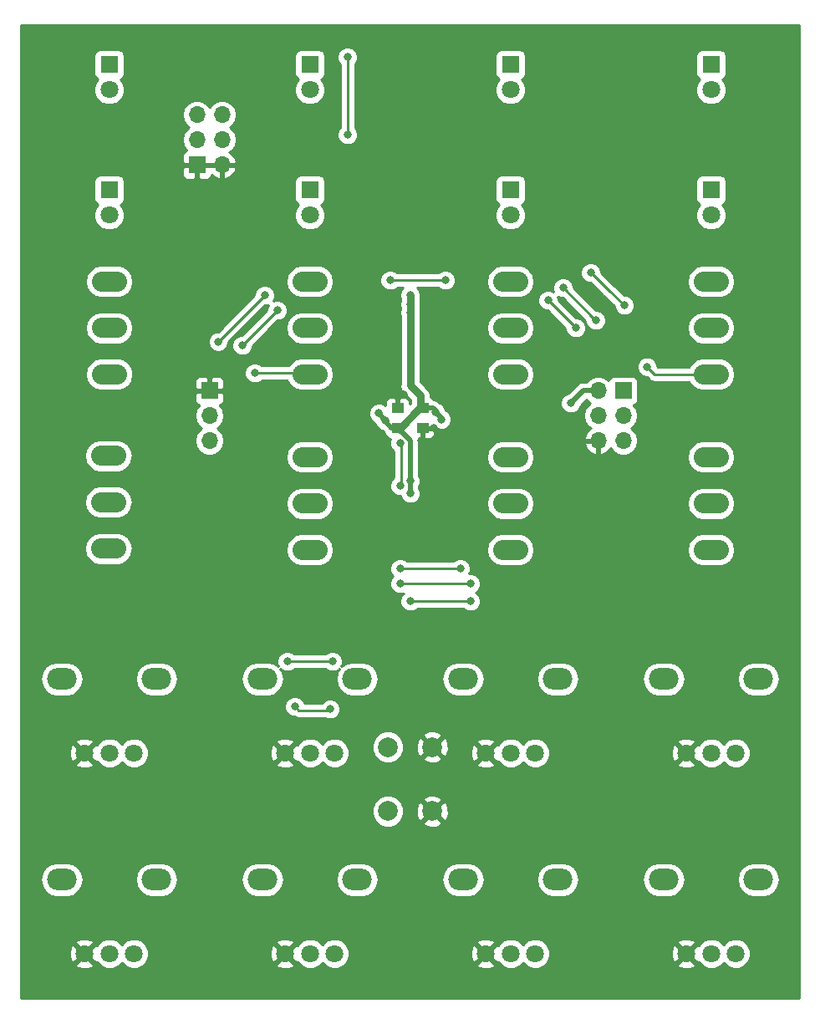
<source format=gbr>
G04 #@! TF.GenerationSoftware,KiCad,Pcbnew,5.0.0-fee4fd1~66~ubuntu16.04.1*
G04 #@! TF.CreationDate,2018-10-02T23:40:20+08:00*
G04 #@! TF.ProjectId,SubSequence,53756253657175656E63652E6B696361,rev?*
G04 #@! TF.SameCoordinates,Original*
G04 #@! TF.FileFunction,Copper,L1,Top,Signal*
G04 #@! TF.FilePolarity,Positive*
%FSLAX46Y46*%
G04 Gerber Fmt 4.6, Leading zero omitted, Abs format (unit mm)*
G04 Created by KiCad (PCBNEW 5.0.0-fee4fd1~66~ubuntu16.04.1) date Tue Oct  2 23:40:20 2018*
%MOMM*%
%LPD*%
G01*
G04 APERTURE LIST*
G04 #@! TA.AperFunction,ComponentPad*
%ADD10C,2.000000*%
G04 #@! TD*
G04 #@! TA.AperFunction,SMDPad,CuDef*
%ADD11R,1.250000X1.000000*%
G04 #@! TD*
G04 #@! TA.AperFunction,ComponentPad*
%ADD12R,1.800000X1.800000*%
G04 #@! TD*
G04 #@! TA.AperFunction,ComponentPad*
%ADD13C,1.800000*%
G04 #@! TD*
G04 #@! TA.AperFunction,WasherPad*
%ADD14O,3.000000X2.200000*%
G04 #@! TD*
G04 #@! TA.AperFunction,ComponentPad*
%ADD15O,3.556000X2.032000*%
G04 #@! TD*
G04 #@! TA.AperFunction,ComponentPad*
%ADD16O,1.700000X1.700000*%
G04 #@! TD*
G04 #@! TA.AperFunction,ComponentPad*
%ADD17R,1.700000X1.700000*%
G04 #@! TD*
G04 #@! TA.AperFunction,ViaPad*
%ADD18C,0.800000*%
G04 #@! TD*
G04 #@! TA.AperFunction,Conductor*
%ADD19C,0.250000*%
G04 #@! TD*
G04 #@! TA.AperFunction,Conductor*
%ADD20C,0.750000*%
G04 #@! TD*
G04 #@! TA.AperFunction,Conductor*
%ADD21C,0.500000*%
G04 #@! TD*
G04 #@! TA.AperFunction,Conductor*
%ADD22C,0.254000*%
G04 #@! TD*
G04 APERTURE END LIST*
D10*
G04 #@! TO.P,SW1,1*
G04 #@! TO.N,Net-(J2-Pad5)*
X150149560Y-128810880D03*
G04 #@! TO.P,SW1,2*
G04 #@! TO.N,GND*
X154649560Y-128810880D03*
G04 #@! TO.P,SW1,1*
G04 #@! TO.N,Net-(J2-Pad5)*
X150149560Y-135310880D03*
G04 #@! TO.P,SW1,2*
G04 #@! TO.N,GND*
X154649560Y-135310880D03*
G04 #@! TD*
D11*
G04 #@! TO.P,C1,2*
G04 #@! TO.N,GND*
X151130000Y-94504000D03*
G04 #@! TO.P,C1,1*
G04 #@! TO.N,+5V*
X151130000Y-96504000D03*
G04 #@! TD*
G04 #@! TO.P,C2,1*
G04 #@! TO.N,GND*
X153670000Y-96504000D03*
G04 #@! TO.P,C2,2*
G04 #@! TO.N,+5V*
X153670000Y-94504000D03*
G04 #@! TD*
D12*
G04 #@! TO.P,D8,1*
G04 #@! TO.N,/MCU328/PB6*
X142240000Y-72390000D03*
D13*
G04 #@! TO.P,D8,2*
G04 #@! TO.N,Net-(D8-Pad2)*
X142240000Y-74930000D03*
G04 #@! TD*
G04 #@! TO.P,D7,2*
G04 #@! TO.N,Net-(D7-Pad2)*
X142240000Y-62230000D03*
D12*
G04 #@! TO.P,D7,1*
G04 #@! TO.N,/MCU328/PB7*
X142240000Y-59690000D03*
G04 #@! TD*
G04 #@! TO.P,D6,1*
G04 #@! TO.N,/MCU328/PD3*
X121920000Y-72390000D03*
D13*
G04 #@! TO.P,D6,2*
G04 #@! TO.N,Net-(D6-Pad2)*
X121920000Y-74930000D03*
G04 #@! TD*
G04 #@! TO.P,D5,2*
G04 #@! TO.N,Net-(D5-Pad2)*
X121920000Y-62230000D03*
D12*
G04 #@! TO.P,D5,1*
G04 #@! TO.N,/MCU328/PD4*
X121920000Y-59690000D03*
G04 #@! TD*
G04 #@! TO.P,D3,1*
G04 #@! TO.N,/MCU328/PB0*
X182880000Y-72390000D03*
D13*
G04 #@! TO.P,D3,2*
G04 #@! TO.N,Net-(D3-Pad2)*
X182880000Y-74930000D03*
G04 #@! TD*
G04 #@! TO.P,D2,2*
G04 #@! TO.N,Net-(D2-Pad2)*
X162560000Y-74930000D03*
D12*
G04 #@! TO.P,D2,1*
G04 #@! TO.N,/MCU328/PD6*
X162560000Y-72390000D03*
G04 #@! TD*
G04 #@! TO.P,D1,1*
G04 #@! TO.N,/MCU328/PD5*
X162560000Y-59690000D03*
D13*
G04 #@! TO.P,D1,2*
G04 #@! TO.N,Net-(D1-Pad2)*
X162560000Y-62230000D03*
G04 #@! TD*
G04 #@! TO.P,D4,2*
G04 #@! TO.N,Net-(D4-Pad2)*
X182880000Y-62230000D03*
D12*
G04 #@! TO.P,D4,1*
G04 #@! TO.N,/MCU328/PD7*
X182880000Y-59690000D03*
G04 #@! TD*
D14*
G04 #@! TO.P,RV3,*
G04 #@! TO.N,*
X147040000Y-142240000D03*
D13*
G04 #@! TO.P,RV3,3*
G04 #@! TO.N,GND*
X139740000Y-149740010D03*
G04 #@! TO.P,RV3,2*
G04 #@! TO.N,/MCU328/PC2*
X142280000Y-149740010D03*
G04 #@! TO.P,RV3,1*
G04 #@! TO.N,+5V*
X144740000Y-149740010D03*
D14*
G04 #@! TO.P,RV3,*
G04 #@! TO.N,*
X137440000Y-142240000D03*
G04 #@! TD*
G04 #@! TO.P,RV5,*
G04 #@! TO.N,*
X117120000Y-142240000D03*
D13*
G04 #@! TO.P,RV5,1*
G04 #@! TO.N,+5V*
X124420000Y-149740010D03*
G04 #@! TO.P,RV5,2*
G04 #@! TO.N,/MCU328/PC4*
X121960000Y-149740010D03*
G04 #@! TO.P,RV5,3*
G04 #@! TO.N,GND*
X119420000Y-149740010D03*
D14*
G04 #@! TO.P,RV5,*
G04 #@! TO.N,*
X126720000Y-142240000D03*
G04 #@! TD*
G04 #@! TO.P,RV1,*
G04 #@! TO.N,*
X167360000Y-121920000D03*
D13*
G04 #@! TO.P,RV1,3*
G04 #@! TO.N,GND*
X160060000Y-129420010D03*
G04 #@! TO.P,RV1,2*
G04 #@! TO.N,/MCU328/PC0*
X162600000Y-129420010D03*
G04 #@! TO.P,RV1,1*
G04 #@! TO.N,+5V*
X165060000Y-129420010D03*
D14*
G04 #@! TO.P,RV1,*
G04 #@! TO.N,*
X157760000Y-121920000D03*
G04 #@! TD*
G04 #@! TO.P,RV2,*
G04 #@! TO.N,*
X157760000Y-142240000D03*
D13*
G04 #@! TO.P,RV2,1*
G04 #@! TO.N,+5V*
X165060000Y-149740010D03*
G04 #@! TO.P,RV2,2*
G04 #@! TO.N,/MCU328/PC1*
X162600000Y-149740010D03*
G04 #@! TO.P,RV2,3*
G04 #@! TO.N,GND*
X160060000Y-149740010D03*
D14*
G04 #@! TO.P,RV2,*
G04 #@! TO.N,*
X167360000Y-142240000D03*
G04 #@! TD*
G04 #@! TO.P,RV4,*
G04 #@! TO.N,*
X147040000Y-121920000D03*
D13*
G04 #@! TO.P,RV4,3*
G04 #@! TO.N,GND*
X139740000Y-129420010D03*
G04 #@! TO.P,RV4,2*
G04 #@! TO.N,/MCU328/PC3*
X142280000Y-129420010D03*
G04 #@! TO.P,RV4,1*
G04 #@! TO.N,+5V*
X144740000Y-129420010D03*
D14*
G04 #@! TO.P,RV4,*
G04 #@! TO.N,*
X137440000Y-121920000D03*
G04 #@! TD*
G04 #@! TO.P,RV6,*
G04 #@! TO.N,*
X117120000Y-121920000D03*
D13*
G04 #@! TO.P,RV6,1*
G04 #@! TO.N,+5V*
X124420000Y-129420010D03*
G04 #@! TO.P,RV6,2*
G04 #@! TO.N,/MCU328/PC5*
X121960000Y-129420010D03*
G04 #@! TO.P,RV6,3*
G04 #@! TO.N,GND*
X119420000Y-129420010D03*
D14*
G04 #@! TO.P,RV6,*
G04 #@! TO.N,*
X126720000Y-121920000D03*
G04 #@! TD*
G04 #@! TO.P,RV7,*
G04 #@! TO.N,*
X187680000Y-121920000D03*
D13*
G04 #@! TO.P,RV7,3*
G04 #@! TO.N,GND*
X180380000Y-129420010D03*
G04 #@! TO.P,RV7,2*
G04 #@! TO.N,/MCU328/PE2*
X182920000Y-129420010D03*
G04 #@! TO.P,RV7,1*
G04 #@! TO.N,+5V*
X185380000Y-129420010D03*
D14*
G04 #@! TO.P,RV7,*
G04 #@! TO.N,*
X178080000Y-121920000D03*
G04 #@! TD*
G04 #@! TO.P,RV8,*
G04 #@! TO.N,*
X178080000Y-142240000D03*
D13*
G04 #@! TO.P,RV8,1*
G04 #@! TO.N,+5V*
X185380000Y-149740010D03*
G04 #@! TO.P,RV8,2*
G04 #@! TO.N,/MCU328/PE3*
X182920000Y-149740010D03*
G04 #@! TO.P,RV8,3*
G04 #@! TO.N,GND*
X180380000Y-149740010D03*
D14*
G04 #@! TO.P,RV8,*
G04 #@! TO.N,*
X187680000Y-142240000D03*
G04 #@! TD*
D15*
G04 #@! TO.P,SW2,1*
G04 #@! TO.N,/MCU328/PB1*
X142240000Y-108840000D03*
G04 #@! TO.P,SW2,2*
G04 #@! TO.N,Net-(D9-Pad2)*
X142240000Y-104140000D03*
G04 #@! TO.P,SW2,3*
G04 #@! TO.N,/MCU328/PD2*
X142240000Y-99440000D03*
G04 #@! TD*
G04 #@! TO.P,SW3,3*
G04 #@! TO.N,/MCU328/PD2*
X142240000Y-81660000D03*
G04 #@! TO.P,SW3,2*
G04 #@! TO.N,Net-(D10-Pad2)*
X142240000Y-86360000D03*
G04 #@! TO.P,SW3,1*
G04 #@! TO.N,/MCU328/PB1*
X142240000Y-91060000D03*
G04 #@! TD*
G04 #@! TO.P,SW4,1*
G04 #@! TO.N,/MCU328/PB1*
X121838000Y-108714000D03*
G04 #@! TO.P,SW4,2*
G04 #@! TO.N,Net-(D11-Pad2)*
X121838000Y-104014000D03*
G04 #@! TO.P,SW4,3*
G04 #@! TO.N,/MCU328/PD2*
X121838000Y-99314000D03*
G04 #@! TD*
G04 #@! TO.P,SW5,3*
G04 #@! TO.N,/MCU328/PD2*
X121920000Y-81660000D03*
G04 #@! TO.P,SW5,2*
G04 #@! TO.N,Net-(D12-Pad2)*
X121920000Y-86360000D03*
G04 #@! TO.P,SW5,1*
G04 #@! TO.N,/MCU328/PB1*
X121920000Y-91060000D03*
G04 #@! TD*
G04 #@! TO.P,SW7,1*
G04 #@! TO.N,/MCU328/PB1*
X182880000Y-108840000D03*
G04 #@! TO.P,SW7,2*
G04 #@! TO.N,Net-(D14-Pad2)*
X182880000Y-104140000D03*
G04 #@! TO.P,SW7,3*
G04 #@! TO.N,/MCU328/PD2*
X182880000Y-99440000D03*
G04 #@! TD*
G04 #@! TO.P,SW8,3*
G04 #@! TO.N,/MCU328/PD2*
X162560000Y-99440000D03*
G04 #@! TO.P,SW8,2*
G04 #@! TO.N,Net-(D15-Pad2)*
X162560000Y-104140000D03*
G04 #@! TO.P,SW8,1*
G04 #@! TO.N,/MCU328/PB1*
X162560000Y-108840000D03*
G04 #@! TD*
G04 #@! TO.P,SW9,1*
G04 #@! TO.N,/MCU328/PB1*
X162560000Y-91060000D03*
G04 #@! TO.P,SW9,2*
G04 #@! TO.N,Net-(D16-Pad2)*
X162560000Y-86360000D03*
G04 #@! TO.P,SW9,3*
G04 #@! TO.N,/MCU328/PD2*
X162560000Y-81660000D03*
G04 #@! TD*
G04 #@! TO.P,SW6,3*
G04 #@! TO.N,/MCU328/PD2*
X182880000Y-81660000D03*
G04 #@! TO.P,SW6,2*
G04 #@! TO.N,Net-(D13-Pad2)*
X182880000Y-86360000D03*
G04 #@! TO.P,SW6,1*
G04 #@! TO.N,/MCU328/PB1*
X182880000Y-91060000D03*
G04 #@! TD*
D16*
G04 #@! TO.P,J3,3*
G04 #@! TO.N,/MCU328/RXD/PD0*
X132080000Y-97790000D03*
G04 #@! TO.P,J3,2*
G04 #@! TO.N,/MCU328/TXD/PD1*
X132080000Y-95250000D03*
D17*
G04 #@! TO.P,J3,1*
G04 #@! TO.N,GND*
X132080000Y-92710000D03*
G04 #@! TD*
G04 #@! TO.P,J1,1*
G04 #@! TO.N,GND*
X130810000Y-69850000D03*
D16*
G04 #@! TO.P,J1,2*
X133350000Y-69850000D03*
G04 #@! TO.P,J1,3*
G04 #@! TO.N,SDA*
X130810000Y-67310000D03*
G04 #@! TO.P,J1,4*
G04 #@! TO.N,SCL*
X133350000Y-67310000D03*
G04 #@! TO.P,J1,5*
G04 #@! TO.N,+5V*
X130810000Y-64770000D03*
G04 #@! TO.P,J1,6*
X133350000Y-64770000D03*
G04 #@! TD*
G04 #@! TO.P,J2,6*
G04 #@! TO.N,GND*
X171450000Y-97790000D03*
G04 #@! TO.P,J2,5*
G04 #@! TO.N,Net-(J2-Pad5)*
X173990000Y-97790000D03*
G04 #@! TO.P,J2,4*
G04 #@! TO.N,Net-(J2-Pad4)*
X171450000Y-95250000D03*
G04 #@! TO.P,J2,3*
G04 #@! TO.N,Net-(J2-Pad3)*
X173990000Y-95250000D03*
G04 #@! TO.P,J2,2*
G04 #@! TO.N,+5V*
X171450000Y-92710000D03*
D17*
G04 #@! TO.P,J2,1*
G04 #@! TO.N,Net-(J2-Pad1)*
X173990000Y-92710000D03*
G04 #@! TD*
D18*
G04 #@! TO.N,Net-(J2-Pad5)*
X140716000Y-124714000D03*
X144272000Y-124968000D03*
X152400000Y-114046000D03*
X158496000Y-114046000D03*
G04 #@! TO.N,+5V*
X152400000Y-84836000D03*
X152400000Y-83058000D03*
X154940000Y-94869000D03*
X152400000Y-83947000D03*
X155575000Y-95631000D03*
X152400000Y-101854000D03*
X152400000Y-103124000D03*
X168656000Y-93980000D03*
X149225000Y-94996000D03*
X149860000Y-95758000D03*
G04 #@! TO.N,/MCU328/PB2*
X146050000Y-66802000D03*
X146050000Y-58928000D03*
X170688000Y-80772000D03*
X174117000Y-84074000D03*
G04 #@! TO.N,Net-(D15-Pad2)*
X167894000Y-82296000D03*
X171196000Y-85598000D03*
G04 #@! TO.N,Net-(D9-Pad2)*
X132964340Y-87761660D03*
X137668000Y-83058000D03*
G04 #@! TO.N,/MCU328/PD2*
X138938000Y-84582000D03*
X135382000Y-88138000D03*
X166370000Y-83566000D03*
X169164000Y-86360000D03*
X150368000Y-81534000D03*
X155956000Y-81534000D03*
X157480000Y-110744000D03*
X151384000Y-110744000D03*
X151384000Y-102362000D03*
X151384000Y-98044000D03*
G04 #@! TO.N,/MCU328/PB1*
X158496000Y-112268000D03*
X151384000Y-112268000D03*
X144526000Y-120142000D03*
X139954000Y-120142000D03*
X136652000Y-90932000D03*
X176403000Y-90297000D03*
G04 #@! TO.N,GND*
X157353000Y-106680000D03*
X151765000Y-72136000D03*
X150876000Y-93091000D03*
X150876000Y-93091000D03*
X150876000Y-93091000D03*
X151765000Y-93091000D03*
X153543000Y-97790000D03*
X154813000Y-96520000D03*
X172593000Y-67183000D03*
X176911000Y-104267000D03*
X128143000Y-104521000D03*
G04 #@! TD*
D19*
G04 #@! TO.N,Net-(J2-Pad5)*
X141115999Y-125113999D02*
X144126001Y-125113999D01*
X140716000Y-124714000D02*
X141115999Y-125113999D01*
X144126001Y-125113999D02*
X144272000Y-124968000D01*
X152400000Y-114046000D02*
X158496000Y-114046000D01*
D20*
G04 #@! TO.N,+5V*
X151291000Y-96665000D02*
X151130000Y-96504000D01*
X151291000Y-96613000D02*
X151291000Y-96665000D01*
X153670000Y-94504000D02*
X153400000Y-94504000D01*
X153400000Y-94504000D02*
X151291000Y-96613000D01*
X153416000Y-94250000D02*
X153670000Y-94504000D01*
X153416000Y-93218000D02*
X153416000Y-94250000D01*
X152400000Y-83058000D02*
X152400000Y-83947000D01*
X152400000Y-92202000D02*
X153416000Y-93218000D01*
D21*
X153670000Y-94504000D02*
X154702000Y-94504000D01*
X154702000Y-94504000D02*
X154940000Y-94742000D01*
D20*
X152400000Y-83947000D02*
X152400000Y-92202000D01*
D21*
X155575000Y-95504000D02*
X154940000Y-94869000D01*
X155575000Y-95631000D02*
X155575000Y-95504000D01*
X152400000Y-98774000D02*
X152400000Y-101854000D01*
X152400000Y-103124000D02*
X152400000Y-98774000D01*
X168656000Y-93980000D02*
X169926000Y-92710000D01*
X169926000Y-92710000D02*
X171450000Y-92710000D01*
X152400000Y-97790000D02*
X152400000Y-98774000D01*
X151130000Y-96504000D02*
X151130000Y-96520000D01*
X151130000Y-96520000D02*
X152400000Y-97790000D01*
X149225000Y-94996000D02*
X150479000Y-96504000D01*
X150479000Y-96504000D02*
X151130000Y-96504000D01*
D19*
G04 #@! TO.N,/MCU328/PB2*
X146050000Y-66802000D02*
X146050000Y-58928000D01*
X172466000Y-82550000D02*
X170688000Y-80772000D01*
X174117000Y-84074000D02*
X172466000Y-82550000D01*
G04 #@! TO.N,Net-(D15-Pad2)*
X171010160Y-85412160D02*
X167894000Y-82296000D01*
X171196000Y-85598000D02*
X171010160Y-85412160D01*
G04 #@! TO.N,Net-(D9-Pad2)*
X133364339Y-87361661D02*
X132964340Y-87761660D01*
X137668000Y-83058000D02*
X133364339Y-87361661D01*
G04 #@! TO.N,/MCU328/PD2*
X138938000Y-84582000D02*
X135382000Y-88138000D01*
X166370000Y-83566000D02*
X169164000Y-86360000D01*
X150368000Y-81534000D02*
X155956000Y-81534000D01*
X157480000Y-110744000D02*
X151384000Y-110744000D01*
X151511000Y-98171000D02*
X151384000Y-98044000D01*
X151384000Y-102362000D02*
X151511000Y-102235000D01*
X151511000Y-102235000D02*
X151511000Y-98171000D01*
G04 #@! TO.N,/MCU328/PB1*
X158496000Y-112268000D02*
X157930315Y-112268000D01*
X157930315Y-112268000D02*
X151384000Y-112268000D01*
X144526000Y-120142000D02*
X139954000Y-120142000D01*
X141872000Y-90932000D02*
X141898000Y-90906000D01*
X136652000Y-90932000D02*
X141872000Y-90932000D01*
X182879000Y-91059000D02*
X182880000Y-91060000D01*
X176403000Y-90297000D02*
X177165000Y-91059000D01*
X177165000Y-91059000D02*
X182879000Y-91059000D01*
G04 #@! TD*
D22*
G04 #@! TO.N,GND*
G36*
X191821929Y-154268200D02*
X112977928Y-154268200D01*
X112977579Y-150820169D01*
X118519446Y-150820169D01*
X118605852Y-151076653D01*
X119179336Y-151286468D01*
X119789460Y-151260849D01*
X120234148Y-151076653D01*
X120320554Y-150820169D01*
X119420000Y-149919615D01*
X118519446Y-150820169D01*
X112977579Y-150820169D01*
X112977444Y-149499346D01*
X117873542Y-149499346D01*
X117899161Y-150109470D01*
X118083357Y-150554158D01*
X118339841Y-150640564D01*
X119240395Y-149740010D01*
X119599605Y-149740010D01*
X120500159Y-150640564D01*
X120650562Y-150589895D01*
X120658690Y-150609517D01*
X121090493Y-151041320D01*
X121654670Y-151275010D01*
X122265330Y-151275010D01*
X122829507Y-151041320D01*
X123190000Y-150680827D01*
X123550493Y-151041320D01*
X124114670Y-151275010D01*
X124725330Y-151275010D01*
X125289507Y-151041320D01*
X125510658Y-150820169D01*
X138839446Y-150820169D01*
X138925852Y-151076653D01*
X139499336Y-151286468D01*
X140109460Y-151260849D01*
X140554148Y-151076653D01*
X140640554Y-150820169D01*
X139740000Y-149919615D01*
X138839446Y-150820169D01*
X125510658Y-150820169D01*
X125721310Y-150609517D01*
X125955000Y-150045340D01*
X125955000Y-149499346D01*
X138193542Y-149499346D01*
X138219161Y-150109470D01*
X138403357Y-150554158D01*
X138659841Y-150640564D01*
X139560395Y-149740010D01*
X139919605Y-149740010D01*
X140820159Y-150640564D01*
X140970562Y-150589895D01*
X140978690Y-150609517D01*
X141410493Y-151041320D01*
X141974670Y-151275010D01*
X142585330Y-151275010D01*
X143149507Y-151041320D01*
X143510000Y-150680827D01*
X143870493Y-151041320D01*
X144434670Y-151275010D01*
X145045330Y-151275010D01*
X145609507Y-151041320D01*
X145830658Y-150820169D01*
X159159446Y-150820169D01*
X159245852Y-151076653D01*
X159819336Y-151286468D01*
X160429460Y-151260849D01*
X160874148Y-151076653D01*
X160960554Y-150820169D01*
X160060000Y-149919615D01*
X159159446Y-150820169D01*
X145830658Y-150820169D01*
X146041310Y-150609517D01*
X146275000Y-150045340D01*
X146275000Y-149499346D01*
X158513542Y-149499346D01*
X158539161Y-150109470D01*
X158723357Y-150554158D01*
X158979841Y-150640564D01*
X159880395Y-149740010D01*
X160239605Y-149740010D01*
X161140159Y-150640564D01*
X161290562Y-150589895D01*
X161298690Y-150609517D01*
X161730493Y-151041320D01*
X162294670Y-151275010D01*
X162905330Y-151275010D01*
X163469507Y-151041320D01*
X163830000Y-150680827D01*
X164190493Y-151041320D01*
X164754670Y-151275010D01*
X165365330Y-151275010D01*
X165929507Y-151041320D01*
X166150658Y-150820169D01*
X179479446Y-150820169D01*
X179565852Y-151076653D01*
X180139336Y-151286468D01*
X180749460Y-151260849D01*
X181194148Y-151076653D01*
X181280554Y-150820169D01*
X180380000Y-149919615D01*
X179479446Y-150820169D01*
X166150658Y-150820169D01*
X166361310Y-150609517D01*
X166595000Y-150045340D01*
X166595000Y-149499346D01*
X178833542Y-149499346D01*
X178859161Y-150109470D01*
X179043357Y-150554158D01*
X179299841Y-150640564D01*
X180200395Y-149740010D01*
X180559605Y-149740010D01*
X181460159Y-150640564D01*
X181610562Y-150589895D01*
X181618690Y-150609517D01*
X182050493Y-151041320D01*
X182614670Y-151275010D01*
X183225330Y-151275010D01*
X183789507Y-151041320D01*
X184150000Y-150680827D01*
X184510493Y-151041320D01*
X185074670Y-151275010D01*
X185685330Y-151275010D01*
X186249507Y-151041320D01*
X186681310Y-150609517D01*
X186915000Y-150045340D01*
X186915000Y-149434680D01*
X186681310Y-148870503D01*
X186249507Y-148438700D01*
X185685330Y-148205010D01*
X185074670Y-148205010D01*
X184510493Y-148438700D01*
X184150000Y-148799193D01*
X183789507Y-148438700D01*
X183225330Y-148205010D01*
X182614670Y-148205010D01*
X182050493Y-148438700D01*
X181618690Y-148870503D01*
X181610562Y-148890125D01*
X181460159Y-148839456D01*
X180559605Y-149740010D01*
X180200395Y-149740010D01*
X179299841Y-148839456D01*
X179043357Y-148925862D01*
X178833542Y-149499346D01*
X166595000Y-149499346D01*
X166595000Y-149434680D01*
X166361310Y-148870503D01*
X166150658Y-148659851D01*
X179479446Y-148659851D01*
X180380000Y-149560405D01*
X181280554Y-148659851D01*
X181194148Y-148403367D01*
X180620664Y-148193552D01*
X180010540Y-148219171D01*
X179565852Y-148403367D01*
X179479446Y-148659851D01*
X166150658Y-148659851D01*
X165929507Y-148438700D01*
X165365330Y-148205010D01*
X164754670Y-148205010D01*
X164190493Y-148438700D01*
X163830000Y-148799193D01*
X163469507Y-148438700D01*
X162905330Y-148205010D01*
X162294670Y-148205010D01*
X161730493Y-148438700D01*
X161298690Y-148870503D01*
X161290562Y-148890125D01*
X161140159Y-148839456D01*
X160239605Y-149740010D01*
X159880395Y-149740010D01*
X158979841Y-148839456D01*
X158723357Y-148925862D01*
X158513542Y-149499346D01*
X146275000Y-149499346D01*
X146275000Y-149434680D01*
X146041310Y-148870503D01*
X145830658Y-148659851D01*
X159159446Y-148659851D01*
X160060000Y-149560405D01*
X160960554Y-148659851D01*
X160874148Y-148403367D01*
X160300664Y-148193552D01*
X159690540Y-148219171D01*
X159245852Y-148403367D01*
X159159446Y-148659851D01*
X145830658Y-148659851D01*
X145609507Y-148438700D01*
X145045330Y-148205010D01*
X144434670Y-148205010D01*
X143870493Y-148438700D01*
X143510000Y-148799193D01*
X143149507Y-148438700D01*
X142585330Y-148205010D01*
X141974670Y-148205010D01*
X141410493Y-148438700D01*
X140978690Y-148870503D01*
X140970562Y-148890125D01*
X140820159Y-148839456D01*
X139919605Y-149740010D01*
X139560395Y-149740010D01*
X138659841Y-148839456D01*
X138403357Y-148925862D01*
X138193542Y-149499346D01*
X125955000Y-149499346D01*
X125955000Y-149434680D01*
X125721310Y-148870503D01*
X125510658Y-148659851D01*
X138839446Y-148659851D01*
X139740000Y-149560405D01*
X140640554Y-148659851D01*
X140554148Y-148403367D01*
X139980664Y-148193552D01*
X139370540Y-148219171D01*
X138925852Y-148403367D01*
X138839446Y-148659851D01*
X125510658Y-148659851D01*
X125289507Y-148438700D01*
X124725330Y-148205010D01*
X124114670Y-148205010D01*
X123550493Y-148438700D01*
X123190000Y-148799193D01*
X122829507Y-148438700D01*
X122265330Y-148205010D01*
X121654670Y-148205010D01*
X121090493Y-148438700D01*
X120658690Y-148870503D01*
X120650562Y-148890125D01*
X120500159Y-148839456D01*
X119599605Y-149740010D01*
X119240395Y-149740010D01*
X118339841Y-148839456D01*
X118083357Y-148925862D01*
X117873542Y-149499346D01*
X112977444Y-149499346D01*
X112977359Y-148659851D01*
X118519446Y-148659851D01*
X119420000Y-149560405D01*
X120320554Y-148659851D01*
X120234148Y-148403367D01*
X119660664Y-148193552D01*
X119050540Y-148219171D01*
X118605852Y-148403367D01*
X118519446Y-148659851D01*
X112977359Y-148659851D01*
X112976706Y-142240000D01*
X114951010Y-142240000D01*
X115085666Y-142916963D01*
X115469135Y-143490865D01*
X116043037Y-143874334D01*
X116549120Y-143975000D01*
X117690880Y-143975000D01*
X118196963Y-143874334D01*
X118770865Y-143490865D01*
X119154334Y-142916963D01*
X119288990Y-142240000D01*
X124551010Y-142240000D01*
X124685666Y-142916963D01*
X125069135Y-143490865D01*
X125643037Y-143874334D01*
X126149120Y-143975000D01*
X127290880Y-143975000D01*
X127796963Y-143874334D01*
X128370865Y-143490865D01*
X128754334Y-142916963D01*
X128888990Y-142240000D01*
X135271010Y-142240000D01*
X135405666Y-142916963D01*
X135789135Y-143490865D01*
X136363037Y-143874334D01*
X136869120Y-143975000D01*
X138010880Y-143975000D01*
X138516963Y-143874334D01*
X139090865Y-143490865D01*
X139474334Y-142916963D01*
X139608990Y-142240000D01*
X144871010Y-142240000D01*
X145005666Y-142916963D01*
X145389135Y-143490865D01*
X145963037Y-143874334D01*
X146469120Y-143975000D01*
X147610880Y-143975000D01*
X148116963Y-143874334D01*
X148690865Y-143490865D01*
X149074334Y-142916963D01*
X149208990Y-142240000D01*
X155591010Y-142240000D01*
X155725666Y-142916963D01*
X156109135Y-143490865D01*
X156683037Y-143874334D01*
X157189120Y-143975000D01*
X158330880Y-143975000D01*
X158836963Y-143874334D01*
X159410865Y-143490865D01*
X159794334Y-142916963D01*
X159928990Y-142240000D01*
X165191010Y-142240000D01*
X165325666Y-142916963D01*
X165709135Y-143490865D01*
X166283037Y-143874334D01*
X166789120Y-143975000D01*
X167930880Y-143975000D01*
X168436963Y-143874334D01*
X169010865Y-143490865D01*
X169394334Y-142916963D01*
X169528990Y-142240000D01*
X175911010Y-142240000D01*
X176045666Y-142916963D01*
X176429135Y-143490865D01*
X177003037Y-143874334D01*
X177509120Y-143975000D01*
X178650880Y-143975000D01*
X179156963Y-143874334D01*
X179730865Y-143490865D01*
X180114334Y-142916963D01*
X180248990Y-142240000D01*
X185511010Y-142240000D01*
X185645666Y-142916963D01*
X186029135Y-143490865D01*
X186603037Y-143874334D01*
X187109120Y-143975000D01*
X188250880Y-143975000D01*
X188756963Y-143874334D01*
X189330865Y-143490865D01*
X189714334Y-142916963D01*
X189848990Y-142240000D01*
X189714334Y-141563037D01*
X189330865Y-140989135D01*
X188756963Y-140605666D01*
X188250880Y-140505000D01*
X187109120Y-140505000D01*
X186603037Y-140605666D01*
X186029135Y-140989135D01*
X185645666Y-141563037D01*
X185511010Y-142240000D01*
X180248990Y-142240000D01*
X180114334Y-141563037D01*
X179730865Y-140989135D01*
X179156963Y-140605666D01*
X178650880Y-140505000D01*
X177509120Y-140505000D01*
X177003037Y-140605666D01*
X176429135Y-140989135D01*
X176045666Y-141563037D01*
X175911010Y-142240000D01*
X169528990Y-142240000D01*
X169394334Y-141563037D01*
X169010865Y-140989135D01*
X168436963Y-140605666D01*
X167930880Y-140505000D01*
X166789120Y-140505000D01*
X166283037Y-140605666D01*
X165709135Y-140989135D01*
X165325666Y-141563037D01*
X165191010Y-142240000D01*
X159928990Y-142240000D01*
X159794334Y-141563037D01*
X159410865Y-140989135D01*
X158836963Y-140605666D01*
X158330880Y-140505000D01*
X157189120Y-140505000D01*
X156683037Y-140605666D01*
X156109135Y-140989135D01*
X155725666Y-141563037D01*
X155591010Y-142240000D01*
X149208990Y-142240000D01*
X149074334Y-141563037D01*
X148690865Y-140989135D01*
X148116963Y-140605666D01*
X147610880Y-140505000D01*
X146469120Y-140505000D01*
X145963037Y-140605666D01*
X145389135Y-140989135D01*
X145005666Y-141563037D01*
X144871010Y-142240000D01*
X139608990Y-142240000D01*
X139474334Y-141563037D01*
X139090865Y-140989135D01*
X138516963Y-140605666D01*
X138010880Y-140505000D01*
X136869120Y-140505000D01*
X136363037Y-140605666D01*
X135789135Y-140989135D01*
X135405666Y-141563037D01*
X135271010Y-142240000D01*
X128888990Y-142240000D01*
X128754334Y-141563037D01*
X128370865Y-140989135D01*
X127796963Y-140605666D01*
X127290880Y-140505000D01*
X126149120Y-140505000D01*
X125643037Y-140605666D01*
X125069135Y-140989135D01*
X124685666Y-141563037D01*
X124551010Y-142240000D01*
X119288990Y-142240000D01*
X119154334Y-141563037D01*
X118770865Y-140989135D01*
X118196963Y-140605666D01*
X117690880Y-140505000D01*
X116549120Y-140505000D01*
X116043037Y-140605666D01*
X115469135Y-140989135D01*
X115085666Y-141563037D01*
X114951010Y-142240000D01*
X112976706Y-142240000D01*
X112975970Y-134985658D01*
X148514560Y-134985658D01*
X148514560Y-135636102D01*
X148763474Y-136237033D01*
X149223407Y-136696966D01*
X149824338Y-136945880D01*
X150474782Y-136945880D01*
X151075713Y-136696966D01*
X151309267Y-136463412D01*
X153676633Y-136463412D01*
X153775296Y-136730267D01*
X154385021Y-136956788D01*
X155035020Y-136932736D01*
X155523824Y-136730267D01*
X155622487Y-136463412D01*
X154649560Y-135490485D01*
X153676633Y-136463412D01*
X151309267Y-136463412D01*
X151535646Y-136237033D01*
X151784560Y-135636102D01*
X151784560Y-135046341D01*
X153003652Y-135046341D01*
X153027704Y-135696340D01*
X153230173Y-136185144D01*
X153497028Y-136283807D01*
X154469955Y-135310880D01*
X154829165Y-135310880D01*
X155802092Y-136283807D01*
X156068947Y-136185144D01*
X156295468Y-135575419D01*
X156271416Y-134925420D01*
X156068947Y-134436616D01*
X155802092Y-134337953D01*
X154829165Y-135310880D01*
X154469955Y-135310880D01*
X153497028Y-134337953D01*
X153230173Y-134436616D01*
X153003652Y-135046341D01*
X151784560Y-135046341D01*
X151784560Y-134985658D01*
X151535646Y-134384727D01*
X151309267Y-134158348D01*
X153676633Y-134158348D01*
X154649560Y-135131275D01*
X155622487Y-134158348D01*
X155523824Y-133891493D01*
X154914099Y-133664972D01*
X154264100Y-133689024D01*
X153775296Y-133891493D01*
X153676633Y-134158348D01*
X151309267Y-134158348D01*
X151075713Y-133924794D01*
X150474782Y-133675880D01*
X149824338Y-133675880D01*
X149223407Y-133924794D01*
X148763474Y-134384727D01*
X148514560Y-134985658D01*
X112975970Y-134985658D01*
X112975514Y-130500169D01*
X118519446Y-130500169D01*
X118605852Y-130756653D01*
X119179336Y-130966468D01*
X119789460Y-130940849D01*
X120234148Y-130756653D01*
X120320554Y-130500169D01*
X119420000Y-129599615D01*
X118519446Y-130500169D01*
X112975514Y-130500169D01*
X112975379Y-129179346D01*
X117873542Y-129179346D01*
X117899161Y-129789470D01*
X118083357Y-130234158D01*
X118339841Y-130320564D01*
X119240395Y-129420010D01*
X119599605Y-129420010D01*
X120500159Y-130320564D01*
X120650562Y-130269895D01*
X120658690Y-130289517D01*
X121090493Y-130721320D01*
X121654670Y-130955010D01*
X122265330Y-130955010D01*
X122829507Y-130721320D01*
X123190000Y-130360827D01*
X123550493Y-130721320D01*
X124114670Y-130955010D01*
X124725330Y-130955010D01*
X125289507Y-130721320D01*
X125510658Y-130500169D01*
X138839446Y-130500169D01*
X138925852Y-130756653D01*
X139499336Y-130966468D01*
X140109460Y-130940849D01*
X140554148Y-130756653D01*
X140640554Y-130500169D01*
X139740000Y-129599615D01*
X138839446Y-130500169D01*
X125510658Y-130500169D01*
X125721310Y-130289517D01*
X125955000Y-129725340D01*
X125955000Y-129179346D01*
X138193542Y-129179346D01*
X138219161Y-129789470D01*
X138403357Y-130234158D01*
X138659841Y-130320564D01*
X139560395Y-129420010D01*
X139919605Y-129420010D01*
X140820159Y-130320564D01*
X140970562Y-130269895D01*
X140978690Y-130289517D01*
X141410493Y-130721320D01*
X141974670Y-130955010D01*
X142585330Y-130955010D01*
X143149507Y-130721320D01*
X143510000Y-130360827D01*
X143870493Y-130721320D01*
X144434670Y-130955010D01*
X145045330Y-130955010D01*
X145609507Y-130721320D01*
X145830658Y-130500169D01*
X159159446Y-130500169D01*
X159245852Y-130756653D01*
X159819336Y-130966468D01*
X160429460Y-130940849D01*
X160874148Y-130756653D01*
X160960554Y-130500169D01*
X160060000Y-129599615D01*
X159159446Y-130500169D01*
X145830658Y-130500169D01*
X146041310Y-130289517D01*
X146275000Y-129725340D01*
X146275000Y-129114680D01*
X146041310Y-128550503D01*
X145976465Y-128485658D01*
X148514560Y-128485658D01*
X148514560Y-129136102D01*
X148763474Y-129737033D01*
X149223407Y-130196966D01*
X149824338Y-130445880D01*
X150474782Y-130445880D01*
X151075713Y-130196966D01*
X151309267Y-129963412D01*
X153676633Y-129963412D01*
X153775296Y-130230267D01*
X154385021Y-130456788D01*
X155035020Y-130432736D01*
X155523824Y-130230267D01*
X155622487Y-129963412D01*
X154649560Y-128990485D01*
X153676633Y-129963412D01*
X151309267Y-129963412D01*
X151535646Y-129737033D01*
X151784560Y-129136102D01*
X151784560Y-128546341D01*
X153003652Y-128546341D01*
X153027704Y-129196340D01*
X153230173Y-129685144D01*
X153497028Y-129783807D01*
X154469955Y-128810880D01*
X154829165Y-128810880D01*
X155802092Y-129783807D01*
X156068947Y-129685144D01*
X156256857Y-129179346D01*
X158513542Y-129179346D01*
X158539161Y-129789470D01*
X158723357Y-130234158D01*
X158979841Y-130320564D01*
X159880395Y-129420010D01*
X160239605Y-129420010D01*
X161140159Y-130320564D01*
X161290562Y-130269895D01*
X161298690Y-130289517D01*
X161730493Y-130721320D01*
X162294670Y-130955010D01*
X162905330Y-130955010D01*
X163469507Y-130721320D01*
X163830000Y-130360827D01*
X164190493Y-130721320D01*
X164754670Y-130955010D01*
X165365330Y-130955010D01*
X165929507Y-130721320D01*
X166150658Y-130500169D01*
X179479446Y-130500169D01*
X179565852Y-130756653D01*
X180139336Y-130966468D01*
X180749460Y-130940849D01*
X181194148Y-130756653D01*
X181280554Y-130500169D01*
X180380000Y-129599615D01*
X179479446Y-130500169D01*
X166150658Y-130500169D01*
X166361310Y-130289517D01*
X166595000Y-129725340D01*
X166595000Y-129179346D01*
X178833542Y-129179346D01*
X178859161Y-129789470D01*
X179043357Y-130234158D01*
X179299841Y-130320564D01*
X180200395Y-129420010D01*
X180559605Y-129420010D01*
X181460159Y-130320564D01*
X181610562Y-130269895D01*
X181618690Y-130289517D01*
X182050493Y-130721320D01*
X182614670Y-130955010D01*
X183225330Y-130955010D01*
X183789507Y-130721320D01*
X184150000Y-130360827D01*
X184510493Y-130721320D01*
X185074670Y-130955010D01*
X185685330Y-130955010D01*
X186249507Y-130721320D01*
X186681310Y-130289517D01*
X186915000Y-129725340D01*
X186915000Y-129114680D01*
X186681310Y-128550503D01*
X186249507Y-128118700D01*
X185685330Y-127885010D01*
X185074670Y-127885010D01*
X184510493Y-128118700D01*
X184150000Y-128479193D01*
X183789507Y-128118700D01*
X183225330Y-127885010D01*
X182614670Y-127885010D01*
X182050493Y-128118700D01*
X181618690Y-128550503D01*
X181610562Y-128570125D01*
X181460159Y-128519456D01*
X180559605Y-129420010D01*
X180200395Y-129420010D01*
X179299841Y-128519456D01*
X179043357Y-128605862D01*
X178833542Y-129179346D01*
X166595000Y-129179346D01*
X166595000Y-129114680D01*
X166361310Y-128550503D01*
X166150658Y-128339851D01*
X179479446Y-128339851D01*
X180380000Y-129240405D01*
X181280554Y-128339851D01*
X181194148Y-128083367D01*
X180620664Y-127873552D01*
X180010540Y-127899171D01*
X179565852Y-128083367D01*
X179479446Y-128339851D01*
X166150658Y-128339851D01*
X165929507Y-128118700D01*
X165365330Y-127885010D01*
X164754670Y-127885010D01*
X164190493Y-128118700D01*
X163830000Y-128479193D01*
X163469507Y-128118700D01*
X162905330Y-127885010D01*
X162294670Y-127885010D01*
X161730493Y-128118700D01*
X161298690Y-128550503D01*
X161290562Y-128570125D01*
X161140159Y-128519456D01*
X160239605Y-129420010D01*
X159880395Y-129420010D01*
X158979841Y-128519456D01*
X158723357Y-128605862D01*
X158513542Y-129179346D01*
X156256857Y-129179346D01*
X156295468Y-129075419D01*
X156271416Y-128425420D01*
X156235973Y-128339851D01*
X159159446Y-128339851D01*
X160060000Y-129240405D01*
X160960554Y-128339851D01*
X160874148Y-128083367D01*
X160300664Y-127873552D01*
X159690540Y-127899171D01*
X159245852Y-128083367D01*
X159159446Y-128339851D01*
X156235973Y-128339851D01*
X156068947Y-127936616D01*
X155802092Y-127837953D01*
X154829165Y-128810880D01*
X154469955Y-128810880D01*
X153497028Y-127837953D01*
X153230173Y-127936616D01*
X153003652Y-128546341D01*
X151784560Y-128546341D01*
X151784560Y-128485658D01*
X151535646Y-127884727D01*
X151309267Y-127658348D01*
X153676633Y-127658348D01*
X154649560Y-128631275D01*
X155622487Y-127658348D01*
X155523824Y-127391493D01*
X154914099Y-127164972D01*
X154264100Y-127189024D01*
X153775296Y-127391493D01*
X153676633Y-127658348D01*
X151309267Y-127658348D01*
X151075713Y-127424794D01*
X150474782Y-127175880D01*
X149824338Y-127175880D01*
X149223407Y-127424794D01*
X148763474Y-127884727D01*
X148514560Y-128485658D01*
X145976465Y-128485658D01*
X145609507Y-128118700D01*
X145045330Y-127885010D01*
X144434670Y-127885010D01*
X143870493Y-128118700D01*
X143510000Y-128479193D01*
X143149507Y-128118700D01*
X142585330Y-127885010D01*
X141974670Y-127885010D01*
X141410493Y-128118700D01*
X140978690Y-128550503D01*
X140970562Y-128570125D01*
X140820159Y-128519456D01*
X139919605Y-129420010D01*
X139560395Y-129420010D01*
X138659841Y-128519456D01*
X138403357Y-128605862D01*
X138193542Y-129179346D01*
X125955000Y-129179346D01*
X125955000Y-129114680D01*
X125721310Y-128550503D01*
X125510658Y-128339851D01*
X138839446Y-128339851D01*
X139740000Y-129240405D01*
X140640554Y-128339851D01*
X140554148Y-128083367D01*
X139980664Y-127873552D01*
X139370540Y-127899171D01*
X138925852Y-128083367D01*
X138839446Y-128339851D01*
X125510658Y-128339851D01*
X125289507Y-128118700D01*
X124725330Y-127885010D01*
X124114670Y-127885010D01*
X123550493Y-128118700D01*
X123190000Y-128479193D01*
X122829507Y-128118700D01*
X122265330Y-127885010D01*
X121654670Y-127885010D01*
X121090493Y-128118700D01*
X120658690Y-128550503D01*
X120650562Y-128570125D01*
X120500159Y-128519456D01*
X119599605Y-129420010D01*
X119240395Y-129420010D01*
X118339841Y-128519456D01*
X118083357Y-128605862D01*
X117873542Y-129179346D01*
X112975379Y-129179346D01*
X112975294Y-128339851D01*
X118519446Y-128339851D01*
X119420000Y-129240405D01*
X120320554Y-128339851D01*
X120234148Y-128083367D01*
X119660664Y-127873552D01*
X119050540Y-127899171D01*
X118605852Y-128083367D01*
X118519446Y-128339851D01*
X112975294Y-128339851D01*
X112974905Y-124508126D01*
X139681000Y-124508126D01*
X139681000Y-124919874D01*
X139838569Y-125300280D01*
X140129720Y-125591431D01*
X140510126Y-125749000D01*
X140698382Y-125749000D01*
X140819462Y-125829903D01*
X141041147Y-125873999D01*
X141041151Y-125873999D01*
X141115998Y-125888887D01*
X141190845Y-125873999D01*
X143754689Y-125873999D01*
X144066126Y-126003000D01*
X144477874Y-126003000D01*
X144858280Y-125845431D01*
X145149431Y-125554280D01*
X145307000Y-125173874D01*
X145307000Y-124762126D01*
X145149431Y-124381720D01*
X144858280Y-124090569D01*
X144477874Y-123933000D01*
X144066126Y-123933000D01*
X143685720Y-124090569D01*
X143422290Y-124353999D01*
X141687159Y-124353999D01*
X141593431Y-124127720D01*
X141302280Y-123836569D01*
X140921874Y-123679000D01*
X140510126Y-123679000D01*
X140129720Y-123836569D01*
X139838569Y-124127720D01*
X139681000Y-124508126D01*
X112974905Y-124508126D01*
X112974641Y-121920000D01*
X114951010Y-121920000D01*
X115085666Y-122596963D01*
X115469135Y-123170865D01*
X116043037Y-123554334D01*
X116549120Y-123655000D01*
X117690880Y-123655000D01*
X118196963Y-123554334D01*
X118770865Y-123170865D01*
X119154334Y-122596963D01*
X119288990Y-121920000D01*
X124551010Y-121920000D01*
X124685666Y-122596963D01*
X125069135Y-123170865D01*
X125643037Y-123554334D01*
X126149120Y-123655000D01*
X127290880Y-123655000D01*
X127796963Y-123554334D01*
X128370865Y-123170865D01*
X128754334Y-122596963D01*
X128888990Y-121920000D01*
X135271010Y-121920000D01*
X135405666Y-122596963D01*
X135789135Y-123170865D01*
X136363037Y-123554334D01*
X136869120Y-123655000D01*
X138010880Y-123655000D01*
X138516963Y-123554334D01*
X139090865Y-123170865D01*
X139474334Y-122596963D01*
X139608990Y-121920000D01*
X139474334Y-121243037D01*
X139238751Y-120890462D01*
X139367720Y-121019431D01*
X139748126Y-121177000D01*
X140159874Y-121177000D01*
X140540280Y-121019431D01*
X140657711Y-120902000D01*
X143822289Y-120902000D01*
X143939720Y-121019431D01*
X144320126Y-121177000D01*
X144731874Y-121177000D01*
X145112280Y-121019431D01*
X145241249Y-120890462D01*
X145005666Y-121243037D01*
X144871010Y-121920000D01*
X145005666Y-122596963D01*
X145389135Y-123170865D01*
X145963037Y-123554334D01*
X146469120Y-123655000D01*
X147610880Y-123655000D01*
X148116963Y-123554334D01*
X148690865Y-123170865D01*
X149074334Y-122596963D01*
X149208990Y-121920000D01*
X155591010Y-121920000D01*
X155725666Y-122596963D01*
X156109135Y-123170865D01*
X156683037Y-123554334D01*
X157189120Y-123655000D01*
X158330880Y-123655000D01*
X158836963Y-123554334D01*
X159410865Y-123170865D01*
X159794334Y-122596963D01*
X159928990Y-121920000D01*
X165191010Y-121920000D01*
X165325666Y-122596963D01*
X165709135Y-123170865D01*
X166283037Y-123554334D01*
X166789120Y-123655000D01*
X167930880Y-123655000D01*
X168436963Y-123554334D01*
X169010865Y-123170865D01*
X169394334Y-122596963D01*
X169528990Y-121920000D01*
X175911010Y-121920000D01*
X176045666Y-122596963D01*
X176429135Y-123170865D01*
X177003037Y-123554334D01*
X177509120Y-123655000D01*
X178650880Y-123655000D01*
X179156963Y-123554334D01*
X179730865Y-123170865D01*
X180114334Y-122596963D01*
X180248990Y-121920000D01*
X185511010Y-121920000D01*
X185645666Y-122596963D01*
X186029135Y-123170865D01*
X186603037Y-123554334D01*
X187109120Y-123655000D01*
X188250880Y-123655000D01*
X188756963Y-123554334D01*
X189330865Y-123170865D01*
X189714334Y-122596963D01*
X189848990Y-121920000D01*
X189714334Y-121243037D01*
X189330865Y-120669135D01*
X188756963Y-120285666D01*
X188250880Y-120185000D01*
X187109120Y-120185000D01*
X186603037Y-120285666D01*
X186029135Y-120669135D01*
X185645666Y-121243037D01*
X185511010Y-121920000D01*
X180248990Y-121920000D01*
X180114334Y-121243037D01*
X179730865Y-120669135D01*
X179156963Y-120285666D01*
X178650880Y-120185000D01*
X177509120Y-120185000D01*
X177003037Y-120285666D01*
X176429135Y-120669135D01*
X176045666Y-121243037D01*
X175911010Y-121920000D01*
X169528990Y-121920000D01*
X169394334Y-121243037D01*
X169010865Y-120669135D01*
X168436963Y-120285666D01*
X167930880Y-120185000D01*
X166789120Y-120185000D01*
X166283037Y-120285666D01*
X165709135Y-120669135D01*
X165325666Y-121243037D01*
X165191010Y-121920000D01*
X159928990Y-121920000D01*
X159794334Y-121243037D01*
X159410865Y-120669135D01*
X158836963Y-120285666D01*
X158330880Y-120185000D01*
X157189120Y-120185000D01*
X156683037Y-120285666D01*
X156109135Y-120669135D01*
X155725666Y-121243037D01*
X155591010Y-121920000D01*
X149208990Y-121920000D01*
X149074334Y-121243037D01*
X148690865Y-120669135D01*
X148116963Y-120285666D01*
X147610880Y-120185000D01*
X146469120Y-120185000D01*
X145963037Y-120285666D01*
X145442776Y-120633293D01*
X145561000Y-120347874D01*
X145561000Y-119936126D01*
X145403431Y-119555720D01*
X145112280Y-119264569D01*
X144731874Y-119107000D01*
X144320126Y-119107000D01*
X143939720Y-119264569D01*
X143822289Y-119382000D01*
X140657711Y-119382000D01*
X140540280Y-119264569D01*
X140159874Y-119107000D01*
X139748126Y-119107000D01*
X139367720Y-119264569D01*
X139076569Y-119555720D01*
X138919000Y-119936126D01*
X138919000Y-120347874D01*
X139037224Y-120633293D01*
X138516963Y-120285666D01*
X138010880Y-120185000D01*
X136869120Y-120185000D01*
X136363037Y-120285666D01*
X135789135Y-120669135D01*
X135405666Y-121243037D01*
X135271010Y-121920000D01*
X128888990Y-121920000D01*
X128754334Y-121243037D01*
X128370865Y-120669135D01*
X127796963Y-120285666D01*
X127290880Y-120185000D01*
X126149120Y-120185000D01*
X125643037Y-120285666D01*
X125069135Y-120669135D01*
X124685666Y-121243037D01*
X124551010Y-121920000D01*
X119288990Y-121920000D01*
X119154334Y-121243037D01*
X118770865Y-120669135D01*
X118196963Y-120285666D01*
X117690880Y-120185000D01*
X116549120Y-120185000D01*
X116043037Y-120285666D01*
X115469135Y-120669135D01*
X115085666Y-121243037D01*
X114951010Y-121920000D01*
X112974641Y-121920000D01*
X112973485Y-110538126D01*
X150349000Y-110538126D01*
X150349000Y-110949874D01*
X150506569Y-111330280D01*
X150682289Y-111506000D01*
X150506569Y-111681720D01*
X150349000Y-112062126D01*
X150349000Y-112473874D01*
X150506569Y-112854280D01*
X150797720Y-113145431D01*
X151178126Y-113303000D01*
X151589874Y-113303000D01*
X151742515Y-113239774D01*
X151522569Y-113459720D01*
X151365000Y-113840126D01*
X151365000Y-114251874D01*
X151522569Y-114632280D01*
X151813720Y-114923431D01*
X152194126Y-115081000D01*
X152605874Y-115081000D01*
X152986280Y-114923431D01*
X153103711Y-114806000D01*
X157792289Y-114806000D01*
X157909720Y-114923431D01*
X158290126Y-115081000D01*
X158701874Y-115081000D01*
X159082280Y-114923431D01*
X159373431Y-114632280D01*
X159531000Y-114251874D01*
X159531000Y-113840126D01*
X159373431Y-113459720D01*
X159082280Y-113168569D01*
X159054350Y-113157000D01*
X159082280Y-113145431D01*
X159373431Y-112854280D01*
X159531000Y-112473874D01*
X159531000Y-112062126D01*
X159373431Y-111681720D01*
X159082280Y-111390569D01*
X158701874Y-111233000D01*
X158397726Y-111233000D01*
X158515000Y-110949874D01*
X158515000Y-110538126D01*
X158357431Y-110157720D01*
X158066280Y-109866569D01*
X157685874Y-109709000D01*
X157274126Y-109709000D01*
X156893720Y-109866569D01*
X156776289Y-109984000D01*
X152087711Y-109984000D01*
X151970280Y-109866569D01*
X151589874Y-109709000D01*
X151178126Y-109709000D01*
X150797720Y-109866569D01*
X150506569Y-110157720D01*
X150349000Y-110538126D01*
X112973485Y-110538126D01*
X112973299Y-108714000D01*
X119392655Y-108714000D01*
X119520792Y-109358188D01*
X119885695Y-109904305D01*
X120431812Y-110269208D01*
X120913391Y-110365000D01*
X122762609Y-110365000D01*
X123244188Y-110269208D01*
X123790305Y-109904305D01*
X124155208Y-109358188D01*
X124258282Y-108840000D01*
X139794655Y-108840000D01*
X139922792Y-109484188D01*
X140287695Y-110030305D01*
X140833812Y-110395208D01*
X141315391Y-110491000D01*
X143164609Y-110491000D01*
X143646188Y-110395208D01*
X144192305Y-110030305D01*
X144557208Y-109484188D01*
X144685345Y-108840000D01*
X160114655Y-108840000D01*
X160242792Y-109484188D01*
X160607695Y-110030305D01*
X161153812Y-110395208D01*
X161635391Y-110491000D01*
X163484609Y-110491000D01*
X163966188Y-110395208D01*
X164512305Y-110030305D01*
X164877208Y-109484188D01*
X165005345Y-108840000D01*
X180434655Y-108840000D01*
X180562792Y-109484188D01*
X180927695Y-110030305D01*
X181473812Y-110395208D01*
X181955391Y-110491000D01*
X183804609Y-110491000D01*
X184286188Y-110395208D01*
X184832305Y-110030305D01*
X185197208Y-109484188D01*
X185325345Y-108840000D01*
X185197208Y-108195812D01*
X184832305Y-107649695D01*
X184286188Y-107284792D01*
X183804609Y-107189000D01*
X181955391Y-107189000D01*
X181473812Y-107284792D01*
X180927695Y-107649695D01*
X180562792Y-108195812D01*
X180434655Y-108840000D01*
X165005345Y-108840000D01*
X164877208Y-108195812D01*
X164512305Y-107649695D01*
X163966188Y-107284792D01*
X163484609Y-107189000D01*
X161635391Y-107189000D01*
X161153812Y-107284792D01*
X160607695Y-107649695D01*
X160242792Y-108195812D01*
X160114655Y-108840000D01*
X144685345Y-108840000D01*
X144557208Y-108195812D01*
X144192305Y-107649695D01*
X143646188Y-107284792D01*
X143164609Y-107189000D01*
X141315391Y-107189000D01*
X140833812Y-107284792D01*
X140287695Y-107649695D01*
X139922792Y-108195812D01*
X139794655Y-108840000D01*
X124258282Y-108840000D01*
X124283345Y-108714000D01*
X124155208Y-108069812D01*
X123790305Y-107523695D01*
X123244188Y-107158792D01*
X122762609Y-107063000D01*
X120913391Y-107063000D01*
X120431812Y-107158792D01*
X119885695Y-107523695D01*
X119520792Y-108069812D01*
X119392655Y-108714000D01*
X112973299Y-108714000D01*
X112972822Y-104014000D01*
X119392655Y-104014000D01*
X119520792Y-104658188D01*
X119885695Y-105204305D01*
X120431812Y-105569208D01*
X120913391Y-105665000D01*
X122762609Y-105665000D01*
X123244188Y-105569208D01*
X123790305Y-105204305D01*
X124155208Y-104658188D01*
X124258282Y-104140000D01*
X139794655Y-104140000D01*
X139922792Y-104784188D01*
X140287695Y-105330305D01*
X140833812Y-105695208D01*
X141315391Y-105791000D01*
X143164609Y-105791000D01*
X143646188Y-105695208D01*
X144192305Y-105330305D01*
X144557208Y-104784188D01*
X144685345Y-104140000D01*
X144557208Y-103495812D01*
X144192305Y-102949695D01*
X143646188Y-102584792D01*
X143164609Y-102489000D01*
X141315391Y-102489000D01*
X140833812Y-102584792D01*
X140287695Y-102949695D01*
X139922792Y-103495812D01*
X139794655Y-104140000D01*
X124258282Y-104140000D01*
X124283345Y-104014000D01*
X124155208Y-103369812D01*
X123790305Y-102823695D01*
X123244188Y-102458792D01*
X122762609Y-102363000D01*
X120913391Y-102363000D01*
X120431812Y-102458792D01*
X119885695Y-102823695D01*
X119520792Y-103369812D01*
X119392655Y-104014000D01*
X112972822Y-104014000D01*
X112972345Y-99314000D01*
X119392655Y-99314000D01*
X119520792Y-99958188D01*
X119885695Y-100504305D01*
X120431812Y-100869208D01*
X120913391Y-100965000D01*
X122762609Y-100965000D01*
X123244188Y-100869208D01*
X123790305Y-100504305D01*
X124155208Y-99958188D01*
X124258282Y-99440000D01*
X139794655Y-99440000D01*
X139922792Y-100084188D01*
X140287695Y-100630305D01*
X140833812Y-100995208D01*
X141315391Y-101091000D01*
X143164609Y-101091000D01*
X143646188Y-100995208D01*
X144192305Y-100630305D01*
X144557208Y-100084188D01*
X144685345Y-99440000D01*
X144557208Y-98795812D01*
X144192305Y-98249695D01*
X143646188Y-97884792D01*
X143164609Y-97789000D01*
X141315391Y-97789000D01*
X140833812Y-97884792D01*
X140287695Y-98249695D01*
X139922792Y-98795812D01*
X139794655Y-99440000D01*
X124258282Y-99440000D01*
X124283345Y-99314000D01*
X124155208Y-98669812D01*
X123790305Y-98123695D01*
X123244188Y-97758792D01*
X122762609Y-97663000D01*
X120913391Y-97663000D01*
X120431812Y-97758792D01*
X119885695Y-98123695D01*
X119520792Y-98669812D01*
X119392655Y-99314000D01*
X112972345Y-99314000D01*
X112971932Y-95250000D01*
X130565908Y-95250000D01*
X130681161Y-95829418D01*
X131009375Y-96320625D01*
X131307761Y-96520000D01*
X131009375Y-96719375D01*
X130681161Y-97210582D01*
X130565908Y-97790000D01*
X130681161Y-98369418D01*
X131009375Y-98860625D01*
X131500582Y-99188839D01*
X131933744Y-99275000D01*
X132226256Y-99275000D01*
X132659418Y-99188839D01*
X133150625Y-98860625D01*
X133478839Y-98369418D01*
X133594092Y-97790000D01*
X133478839Y-97210582D01*
X133150625Y-96719375D01*
X132852239Y-96520000D01*
X133150625Y-96320625D01*
X133478839Y-95829418D01*
X133594092Y-95250000D01*
X133502618Y-94790126D01*
X148190000Y-94790126D01*
X148190000Y-95201874D01*
X148347569Y-95582280D01*
X148638720Y-95873431D01*
X148825000Y-95950591D01*
X148825000Y-95963874D01*
X148982569Y-96344280D01*
X149273720Y-96635431D01*
X149523224Y-96738779D01*
X149768899Y-97034216D01*
X149840951Y-97142049D01*
X149891774Y-97176008D01*
X149906843Y-97251765D01*
X150047191Y-97461809D01*
X150257235Y-97602157D01*
X150432316Y-97636982D01*
X150349000Y-97838126D01*
X150349000Y-98249874D01*
X150506569Y-98630280D01*
X150751001Y-98874712D01*
X150751000Y-101531289D01*
X150506569Y-101775720D01*
X150349000Y-102156126D01*
X150349000Y-102567874D01*
X150506569Y-102948280D01*
X150797720Y-103239431D01*
X151178126Y-103397000D01*
X151392804Y-103397000D01*
X151522569Y-103710280D01*
X151813720Y-104001431D01*
X152194126Y-104159000D01*
X152605874Y-104159000D01*
X152651744Y-104140000D01*
X160114655Y-104140000D01*
X160242792Y-104784188D01*
X160607695Y-105330305D01*
X161153812Y-105695208D01*
X161635391Y-105791000D01*
X163484609Y-105791000D01*
X163966188Y-105695208D01*
X164512305Y-105330305D01*
X164877208Y-104784188D01*
X165005345Y-104140000D01*
X180434655Y-104140000D01*
X180562792Y-104784188D01*
X180927695Y-105330305D01*
X181473812Y-105695208D01*
X181955391Y-105791000D01*
X183804609Y-105791000D01*
X184286188Y-105695208D01*
X184832305Y-105330305D01*
X185197208Y-104784188D01*
X185325345Y-104140000D01*
X185197208Y-103495812D01*
X184832305Y-102949695D01*
X184286188Y-102584792D01*
X183804609Y-102489000D01*
X181955391Y-102489000D01*
X181473812Y-102584792D01*
X180927695Y-102949695D01*
X180562792Y-103495812D01*
X180434655Y-104140000D01*
X165005345Y-104140000D01*
X164877208Y-103495812D01*
X164512305Y-102949695D01*
X163966188Y-102584792D01*
X163484609Y-102489000D01*
X161635391Y-102489000D01*
X161153812Y-102584792D01*
X160607695Y-102949695D01*
X160242792Y-103495812D01*
X160114655Y-104140000D01*
X152651744Y-104140000D01*
X152986280Y-104001431D01*
X153277431Y-103710280D01*
X153435000Y-103329874D01*
X153435000Y-102918126D01*
X153285000Y-102555993D01*
X153285000Y-102422007D01*
X153435000Y-102059874D01*
X153435000Y-101648126D01*
X153285000Y-101285993D01*
X153285000Y-99440000D01*
X160114655Y-99440000D01*
X160242792Y-100084188D01*
X160607695Y-100630305D01*
X161153812Y-100995208D01*
X161635391Y-101091000D01*
X163484609Y-101091000D01*
X163966188Y-100995208D01*
X164512305Y-100630305D01*
X164877208Y-100084188D01*
X165005345Y-99440000D01*
X180434655Y-99440000D01*
X180562792Y-100084188D01*
X180927695Y-100630305D01*
X181473812Y-100995208D01*
X181955391Y-101091000D01*
X183804609Y-101091000D01*
X184286188Y-100995208D01*
X184832305Y-100630305D01*
X185197208Y-100084188D01*
X185325345Y-99440000D01*
X185197208Y-98795812D01*
X184832305Y-98249695D01*
X184286188Y-97884792D01*
X183804609Y-97789000D01*
X181955391Y-97789000D01*
X181473812Y-97884792D01*
X180927695Y-98249695D01*
X180562792Y-98795812D01*
X180434655Y-99440000D01*
X165005345Y-99440000D01*
X164877208Y-98795812D01*
X164512305Y-98249695D01*
X164358447Y-98146890D01*
X170008524Y-98146890D01*
X170178355Y-98556924D01*
X170568642Y-98985183D01*
X171093108Y-99231486D01*
X171323000Y-99110819D01*
X171323000Y-97917000D01*
X170129845Y-97917000D01*
X170008524Y-98146890D01*
X164358447Y-98146890D01*
X163966188Y-97884792D01*
X163484609Y-97789000D01*
X161635391Y-97789000D01*
X161153812Y-97884792D01*
X160607695Y-98249695D01*
X160242792Y-98795812D01*
X160114655Y-99440000D01*
X153285000Y-99440000D01*
X153285000Y-97877159D01*
X153302337Y-97789999D01*
X153285000Y-97702839D01*
X153285000Y-97702835D01*
X153272302Y-97639000D01*
X153384250Y-97639000D01*
X153543000Y-97480250D01*
X153543000Y-96631000D01*
X153797000Y-96631000D01*
X153797000Y-97480250D01*
X153955750Y-97639000D01*
X154421310Y-97639000D01*
X154654699Y-97542327D01*
X154833327Y-97363698D01*
X154930000Y-97130309D01*
X154930000Y-96789750D01*
X154771250Y-96631000D01*
X153797000Y-96631000D01*
X153543000Y-96631000D01*
X153523000Y-96631000D01*
X153523000Y-96377000D01*
X153543000Y-96377000D01*
X153543000Y-96357000D01*
X153797000Y-96357000D01*
X153797000Y-96377000D01*
X154771250Y-96377000D01*
X154814270Y-96333981D01*
X154988720Y-96508431D01*
X155369126Y-96666000D01*
X155780874Y-96666000D01*
X156161280Y-96508431D01*
X156452431Y-96217280D01*
X156610000Y-95836874D01*
X156610000Y-95425126D01*
X156452431Y-95044720D01*
X156161280Y-94753569D01*
X156015950Y-94693372D01*
X155967431Y-94644852D01*
X155817431Y-94282720D01*
X155526280Y-93991569D01*
X155384838Y-93932982D01*
X155340049Y-93865951D01*
X155202624Y-93774126D01*
X167621000Y-93774126D01*
X167621000Y-94185874D01*
X167778569Y-94566280D01*
X168069720Y-94857431D01*
X168450126Y-95015000D01*
X168861874Y-95015000D01*
X169242280Y-94857431D01*
X169533431Y-94566280D01*
X169683431Y-94204147D01*
X170270258Y-93617320D01*
X170379375Y-93780625D01*
X170677761Y-93980000D01*
X170379375Y-94179375D01*
X170051161Y-94670582D01*
X169935908Y-95250000D01*
X170051161Y-95829418D01*
X170379375Y-96320625D01*
X170698478Y-96533843D01*
X170568642Y-96594817D01*
X170178355Y-97023076D01*
X170008524Y-97433110D01*
X170129845Y-97663000D01*
X171323000Y-97663000D01*
X171323000Y-97643000D01*
X171577000Y-97643000D01*
X171577000Y-97663000D01*
X171597000Y-97663000D01*
X171597000Y-97917000D01*
X171577000Y-97917000D01*
X171577000Y-99110819D01*
X171806892Y-99231486D01*
X172331358Y-98985183D01*
X172718647Y-98560214D01*
X172919375Y-98860625D01*
X173410582Y-99188839D01*
X173843744Y-99275000D01*
X174136256Y-99275000D01*
X174569418Y-99188839D01*
X175060625Y-98860625D01*
X175388839Y-98369418D01*
X175504092Y-97790000D01*
X175388839Y-97210582D01*
X175060625Y-96719375D01*
X174762239Y-96520000D01*
X175060625Y-96320625D01*
X175388839Y-95829418D01*
X175504092Y-95250000D01*
X175388839Y-94670582D01*
X175060625Y-94179375D01*
X175042381Y-94167184D01*
X175087765Y-94158157D01*
X175297809Y-94017809D01*
X175438157Y-93807765D01*
X175487440Y-93560000D01*
X175487440Y-91860000D01*
X175438157Y-91612235D01*
X175297809Y-91402191D01*
X175087765Y-91261843D01*
X174840000Y-91212560D01*
X173140000Y-91212560D01*
X172892235Y-91261843D01*
X172682191Y-91402191D01*
X172541843Y-91612235D01*
X172532816Y-91657619D01*
X172520625Y-91639375D01*
X172029418Y-91311161D01*
X171596256Y-91225000D01*
X171303744Y-91225000D01*
X170870582Y-91311161D01*
X170379375Y-91639375D01*
X170255344Y-91825000D01*
X170013159Y-91825000D01*
X169925999Y-91807663D01*
X169838839Y-91825000D01*
X169838835Y-91825000D01*
X169580690Y-91876348D01*
X169580688Y-91876349D01*
X169580689Y-91876349D01*
X169361845Y-92022576D01*
X169361844Y-92022577D01*
X169287951Y-92071951D01*
X169238577Y-92145844D01*
X168431853Y-92952569D01*
X168069720Y-93102569D01*
X167778569Y-93393720D01*
X167621000Y-93774126D01*
X155202624Y-93774126D01*
X155047310Y-93670348D01*
X154803343Y-93621820D01*
X154752809Y-93546191D01*
X154542765Y-93405843D01*
X154426000Y-93382617D01*
X154426000Y-93317471D01*
X154445786Y-93218000D01*
X154426000Y-93118529D01*
X154426000Y-93118524D01*
X154367399Y-92823918D01*
X154291282Y-92710001D01*
X154200518Y-92574162D01*
X154200516Y-92574160D01*
X154144169Y-92489831D01*
X154059840Y-92433485D01*
X153410000Y-91783645D01*
X153410000Y-91060000D01*
X160114655Y-91060000D01*
X160242792Y-91704188D01*
X160607695Y-92250305D01*
X161153812Y-92615208D01*
X161635391Y-92711000D01*
X163484609Y-92711000D01*
X163966188Y-92615208D01*
X164512305Y-92250305D01*
X164877208Y-91704188D01*
X165005345Y-91060000D01*
X164877208Y-90415812D01*
X164660261Y-90091126D01*
X175368000Y-90091126D01*
X175368000Y-90502874D01*
X175525569Y-90883280D01*
X175816720Y-91174431D01*
X176197126Y-91332000D01*
X176363198Y-91332000D01*
X176574670Y-91543472D01*
X176617071Y-91606929D01*
X176680527Y-91649329D01*
X176868462Y-91774904D01*
X176916605Y-91784480D01*
X177090148Y-91819000D01*
X177090152Y-91819000D01*
X177165000Y-91833888D01*
X177239848Y-91819000D01*
X180639507Y-91819000D01*
X180927695Y-92250305D01*
X181473812Y-92615208D01*
X181955391Y-92711000D01*
X183804609Y-92711000D01*
X184286188Y-92615208D01*
X184832305Y-92250305D01*
X185197208Y-91704188D01*
X185325345Y-91060000D01*
X185197208Y-90415812D01*
X184832305Y-89869695D01*
X184286188Y-89504792D01*
X183804609Y-89409000D01*
X181955391Y-89409000D01*
X181473812Y-89504792D01*
X180927695Y-89869695D01*
X180640843Y-90299000D01*
X177479802Y-90299000D01*
X177438000Y-90257198D01*
X177438000Y-90091126D01*
X177280431Y-89710720D01*
X176989280Y-89419569D01*
X176608874Y-89262000D01*
X176197126Y-89262000D01*
X175816720Y-89419569D01*
X175525569Y-89710720D01*
X175368000Y-90091126D01*
X164660261Y-90091126D01*
X164512305Y-89869695D01*
X163966188Y-89504792D01*
X163484609Y-89409000D01*
X161635391Y-89409000D01*
X161153812Y-89504792D01*
X160607695Y-89869695D01*
X160242792Y-90415812D01*
X160114655Y-91060000D01*
X153410000Y-91060000D01*
X153410000Y-86360000D01*
X160114655Y-86360000D01*
X160242792Y-87004188D01*
X160607695Y-87550305D01*
X161153812Y-87915208D01*
X161635391Y-88011000D01*
X163484609Y-88011000D01*
X163966188Y-87915208D01*
X164512305Y-87550305D01*
X164877208Y-87004188D01*
X165005345Y-86360000D01*
X164877208Y-85715812D01*
X164512305Y-85169695D01*
X163966188Y-84804792D01*
X163484609Y-84709000D01*
X161635391Y-84709000D01*
X161153812Y-84804792D01*
X160607695Y-85169695D01*
X160242792Y-85715812D01*
X160114655Y-86360000D01*
X153410000Y-86360000D01*
X153410000Y-85102229D01*
X153435000Y-85041874D01*
X153435000Y-84630126D01*
X153410000Y-84569771D01*
X153410000Y-84213229D01*
X153435000Y-84152874D01*
X153435000Y-83741126D01*
X153410000Y-83680771D01*
X153410000Y-83360126D01*
X165335000Y-83360126D01*
X165335000Y-83771874D01*
X165492569Y-84152280D01*
X165783720Y-84443431D01*
X166164126Y-84601000D01*
X166330199Y-84601000D01*
X168129000Y-86399802D01*
X168129000Y-86565874D01*
X168286569Y-86946280D01*
X168577720Y-87237431D01*
X168958126Y-87395000D01*
X169369874Y-87395000D01*
X169750280Y-87237431D01*
X170041431Y-86946280D01*
X170199000Y-86565874D01*
X170199000Y-86154126D01*
X170041431Y-85773720D01*
X169750280Y-85482569D01*
X169369874Y-85325000D01*
X169203802Y-85325000D01*
X167405000Y-83526199D01*
X167405000Y-83360126D01*
X167331800Y-83183405D01*
X167688126Y-83331000D01*
X167854199Y-83331000D01*
X170161000Y-85637802D01*
X170161000Y-85803874D01*
X170318569Y-86184280D01*
X170609720Y-86475431D01*
X170990126Y-86633000D01*
X171401874Y-86633000D01*
X171782280Y-86475431D01*
X171897711Y-86360000D01*
X180434655Y-86360000D01*
X180562792Y-87004188D01*
X180927695Y-87550305D01*
X181473812Y-87915208D01*
X181955391Y-88011000D01*
X183804609Y-88011000D01*
X184286188Y-87915208D01*
X184832305Y-87550305D01*
X185197208Y-87004188D01*
X185325345Y-86360000D01*
X185197208Y-85715812D01*
X184832305Y-85169695D01*
X184286188Y-84804792D01*
X183804609Y-84709000D01*
X181955391Y-84709000D01*
X181473812Y-84804792D01*
X180927695Y-85169695D01*
X180562792Y-85715812D01*
X180434655Y-86360000D01*
X171897711Y-86360000D01*
X172073431Y-86184280D01*
X172231000Y-85803874D01*
X172231000Y-85392126D01*
X172073431Y-85011720D01*
X171782280Y-84720569D01*
X171401874Y-84563000D01*
X171235802Y-84563000D01*
X168929000Y-82256199D01*
X168929000Y-82090126D01*
X168771431Y-81709720D01*
X168480280Y-81418569D01*
X168099874Y-81261000D01*
X167688126Y-81261000D01*
X167307720Y-81418569D01*
X167016569Y-81709720D01*
X166859000Y-82090126D01*
X166859000Y-82501874D01*
X166932200Y-82678595D01*
X166575874Y-82531000D01*
X166164126Y-82531000D01*
X165783720Y-82688569D01*
X165492569Y-82979720D01*
X165335000Y-83360126D01*
X153410000Y-83360126D01*
X153410000Y-83324229D01*
X153435000Y-83263874D01*
X153435000Y-82852126D01*
X153277431Y-82471720D01*
X153099711Y-82294000D01*
X155252289Y-82294000D01*
X155369720Y-82411431D01*
X155750126Y-82569000D01*
X156161874Y-82569000D01*
X156542280Y-82411431D01*
X156833431Y-82120280D01*
X156991000Y-81739874D01*
X156991000Y-81660000D01*
X160114655Y-81660000D01*
X160242792Y-82304188D01*
X160607695Y-82850305D01*
X161153812Y-83215208D01*
X161635391Y-83311000D01*
X163484609Y-83311000D01*
X163966188Y-83215208D01*
X164512305Y-82850305D01*
X164877208Y-82304188D01*
X165005345Y-81660000D01*
X164877208Y-81015812D01*
X164576739Y-80566126D01*
X169653000Y-80566126D01*
X169653000Y-80977874D01*
X169810569Y-81358280D01*
X170101720Y-81649431D01*
X170482126Y-81807000D01*
X170648199Y-81807000D01*
X171886501Y-83045303D01*
X171895506Y-83057679D01*
X171939330Y-83098131D01*
X171981527Y-83140329D01*
X171994262Y-83148838D01*
X173082000Y-84152905D01*
X173082000Y-84279874D01*
X173239569Y-84660280D01*
X173530720Y-84951431D01*
X173911126Y-85109000D01*
X174322874Y-85109000D01*
X174703280Y-84951431D01*
X174994431Y-84660280D01*
X175152000Y-84279874D01*
X175152000Y-83868126D01*
X174994431Y-83487720D01*
X174703280Y-83196569D01*
X174322874Y-83039000D01*
X174116231Y-83039000D01*
X172992660Y-82001858D01*
X172650802Y-81660000D01*
X180434655Y-81660000D01*
X180562792Y-82304188D01*
X180927695Y-82850305D01*
X181473812Y-83215208D01*
X181955391Y-83311000D01*
X183804609Y-83311000D01*
X184286188Y-83215208D01*
X184832305Y-82850305D01*
X185197208Y-82304188D01*
X185325345Y-81660000D01*
X185197208Y-81015812D01*
X184832305Y-80469695D01*
X184286188Y-80104792D01*
X183804609Y-80009000D01*
X181955391Y-80009000D01*
X181473812Y-80104792D01*
X180927695Y-80469695D01*
X180562792Y-81015812D01*
X180434655Y-81660000D01*
X172650802Y-81660000D01*
X171723000Y-80732199D01*
X171723000Y-80566126D01*
X171565431Y-80185720D01*
X171274280Y-79894569D01*
X170893874Y-79737000D01*
X170482126Y-79737000D01*
X170101720Y-79894569D01*
X169810569Y-80185720D01*
X169653000Y-80566126D01*
X164576739Y-80566126D01*
X164512305Y-80469695D01*
X163966188Y-80104792D01*
X163484609Y-80009000D01*
X161635391Y-80009000D01*
X161153812Y-80104792D01*
X160607695Y-80469695D01*
X160242792Y-81015812D01*
X160114655Y-81660000D01*
X156991000Y-81660000D01*
X156991000Y-81328126D01*
X156833431Y-80947720D01*
X156542280Y-80656569D01*
X156161874Y-80499000D01*
X155750126Y-80499000D01*
X155369720Y-80656569D01*
X155252289Y-80774000D01*
X151071711Y-80774000D01*
X150954280Y-80656569D01*
X150573874Y-80499000D01*
X150162126Y-80499000D01*
X149781720Y-80656569D01*
X149490569Y-80947720D01*
X149333000Y-81328126D01*
X149333000Y-81739874D01*
X149490569Y-82120280D01*
X149781720Y-82411431D01*
X150162126Y-82569000D01*
X150573874Y-82569000D01*
X150954280Y-82411431D01*
X151071711Y-82294000D01*
X151700289Y-82294000D01*
X151522569Y-82471720D01*
X151365000Y-82852126D01*
X151365000Y-83263874D01*
X151390000Y-83324230D01*
X151390001Y-83680769D01*
X151365000Y-83741126D01*
X151365000Y-84152874D01*
X151390000Y-84213230D01*
X151390000Y-84569770D01*
X151365000Y-84630126D01*
X151365000Y-85041874D01*
X151390000Y-85102230D01*
X151390001Y-92102524D01*
X151370214Y-92202000D01*
X151448602Y-92596082D01*
X151615482Y-92845837D01*
X151615485Y-92845840D01*
X151671832Y-92930169D01*
X151756160Y-92986515D01*
X152406000Y-93636356D01*
X152406001Y-93961565D01*
X152397560Y-94004000D01*
X152397560Y-94078085D01*
X152390000Y-94085645D01*
X152390000Y-93877691D01*
X152293327Y-93644302D01*
X152114699Y-93465673D01*
X151881310Y-93369000D01*
X151415750Y-93369000D01*
X151257000Y-93527750D01*
X151257000Y-94377000D01*
X151277000Y-94377000D01*
X151277000Y-94631000D01*
X151257000Y-94631000D01*
X151257000Y-94651000D01*
X151003000Y-94651000D01*
X151003000Y-94631000D01*
X150983000Y-94631000D01*
X150983000Y-94377000D01*
X151003000Y-94377000D01*
X151003000Y-93527750D01*
X150844250Y-93369000D01*
X150378690Y-93369000D01*
X150145301Y-93465673D01*
X149966673Y-93644302D01*
X149870000Y-93877691D01*
X149870000Y-94177289D01*
X149811280Y-94118569D01*
X149430874Y-93961000D01*
X149019126Y-93961000D01*
X148638720Y-94118569D01*
X148347569Y-94409720D01*
X148190000Y-94790126D01*
X133502618Y-94790126D01*
X133478839Y-94670582D01*
X133150625Y-94179375D01*
X133128967Y-94164904D01*
X133289698Y-94098327D01*
X133468327Y-93919699D01*
X133565000Y-93686310D01*
X133565000Y-92995750D01*
X133406250Y-92837000D01*
X132207000Y-92837000D01*
X132207000Y-92857000D01*
X131953000Y-92857000D01*
X131953000Y-92837000D01*
X130753750Y-92837000D01*
X130595000Y-92995750D01*
X130595000Y-93686310D01*
X130691673Y-93919699D01*
X130870302Y-94098327D01*
X131031033Y-94164904D01*
X131009375Y-94179375D01*
X130681161Y-94670582D01*
X130565908Y-95250000D01*
X112971932Y-95250000D01*
X112971506Y-91060000D01*
X119474655Y-91060000D01*
X119602792Y-91704188D01*
X119967695Y-92250305D01*
X120513812Y-92615208D01*
X120995391Y-92711000D01*
X122844609Y-92711000D01*
X123326188Y-92615208D01*
X123872305Y-92250305D01*
X124217495Y-91733690D01*
X130595000Y-91733690D01*
X130595000Y-92424250D01*
X130753750Y-92583000D01*
X131953000Y-92583000D01*
X131953000Y-91383750D01*
X132207000Y-91383750D01*
X132207000Y-92583000D01*
X133406250Y-92583000D01*
X133565000Y-92424250D01*
X133565000Y-91733690D01*
X133468327Y-91500301D01*
X133289698Y-91321673D01*
X133056309Y-91225000D01*
X132365750Y-91225000D01*
X132207000Y-91383750D01*
X131953000Y-91383750D01*
X131794250Y-91225000D01*
X131103691Y-91225000D01*
X130870302Y-91321673D01*
X130691673Y-91500301D01*
X130595000Y-91733690D01*
X124217495Y-91733690D01*
X124237208Y-91704188D01*
X124365345Y-91060000D01*
X124298934Y-90726126D01*
X135617000Y-90726126D01*
X135617000Y-91137874D01*
X135774569Y-91518280D01*
X136065720Y-91809431D01*
X136446126Y-91967000D01*
X136857874Y-91967000D01*
X137238280Y-91809431D01*
X137355711Y-91692000D01*
X139920368Y-91692000D01*
X139922792Y-91704188D01*
X140287695Y-92250305D01*
X140833812Y-92615208D01*
X141315391Y-92711000D01*
X143164609Y-92711000D01*
X143646188Y-92615208D01*
X144192305Y-92250305D01*
X144557208Y-91704188D01*
X144685345Y-91060000D01*
X144557208Y-90415812D01*
X144192305Y-89869695D01*
X143646188Y-89504792D01*
X143164609Y-89409000D01*
X141315391Y-89409000D01*
X140833812Y-89504792D01*
X140287695Y-89869695D01*
X140085702Y-90172000D01*
X137355711Y-90172000D01*
X137238280Y-90054569D01*
X136857874Y-89897000D01*
X136446126Y-89897000D01*
X136065720Y-90054569D01*
X135774569Y-90345720D01*
X135617000Y-90726126D01*
X124298934Y-90726126D01*
X124237208Y-90415812D01*
X123872305Y-89869695D01*
X123326188Y-89504792D01*
X122844609Y-89409000D01*
X120995391Y-89409000D01*
X120513812Y-89504792D01*
X119967695Y-89869695D01*
X119602792Y-90415812D01*
X119474655Y-91060000D01*
X112971506Y-91060000D01*
X112971029Y-86360000D01*
X119474655Y-86360000D01*
X119602792Y-87004188D01*
X119967695Y-87550305D01*
X120513812Y-87915208D01*
X120995391Y-88011000D01*
X122844609Y-88011000D01*
X123326188Y-87915208D01*
X123864102Y-87555786D01*
X131929340Y-87555786D01*
X131929340Y-87967534D01*
X132086909Y-88347940D01*
X132378060Y-88639091D01*
X132758466Y-88796660D01*
X133170214Y-88796660D01*
X133550620Y-88639091D01*
X133841771Y-88347940D01*
X133999340Y-87967534D01*
X133999340Y-87801461D01*
X137707802Y-84093000D01*
X137873874Y-84093000D01*
X138050595Y-84019800D01*
X137903000Y-84376126D01*
X137903000Y-84542197D01*
X135342199Y-87103000D01*
X135176126Y-87103000D01*
X134795720Y-87260569D01*
X134504569Y-87551720D01*
X134347000Y-87932126D01*
X134347000Y-88343874D01*
X134504569Y-88724280D01*
X134795720Y-89015431D01*
X135176126Y-89173000D01*
X135587874Y-89173000D01*
X135968280Y-89015431D01*
X136259431Y-88724280D01*
X136417000Y-88343874D01*
X136417000Y-88177801D01*
X138234802Y-86360000D01*
X139794655Y-86360000D01*
X139922792Y-87004188D01*
X140287695Y-87550305D01*
X140833812Y-87915208D01*
X141315391Y-88011000D01*
X143164609Y-88011000D01*
X143646188Y-87915208D01*
X144192305Y-87550305D01*
X144557208Y-87004188D01*
X144685345Y-86360000D01*
X144557208Y-85715812D01*
X144192305Y-85169695D01*
X143646188Y-84804792D01*
X143164609Y-84709000D01*
X141315391Y-84709000D01*
X140833812Y-84804792D01*
X140287695Y-85169695D01*
X139922792Y-85715812D01*
X139794655Y-86360000D01*
X138234802Y-86360000D01*
X138977803Y-85617000D01*
X139143874Y-85617000D01*
X139524280Y-85459431D01*
X139815431Y-85168280D01*
X139973000Y-84787874D01*
X139973000Y-84376126D01*
X139815431Y-83995720D01*
X139524280Y-83704569D01*
X139143874Y-83547000D01*
X138732126Y-83547000D01*
X138555405Y-83620200D01*
X138703000Y-83263874D01*
X138703000Y-82852126D01*
X138545431Y-82471720D01*
X138254280Y-82180569D01*
X137873874Y-82023000D01*
X137462126Y-82023000D01*
X137081720Y-82180569D01*
X136790569Y-82471720D01*
X136633000Y-82852126D01*
X136633000Y-83018198D01*
X132924539Y-86726660D01*
X132758466Y-86726660D01*
X132378060Y-86884229D01*
X132086909Y-87175380D01*
X131929340Y-87555786D01*
X123864102Y-87555786D01*
X123872305Y-87550305D01*
X124237208Y-87004188D01*
X124365345Y-86360000D01*
X124237208Y-85715812D01*
X123872305Y-85169695D01*
X123326188Y-84804792D01*
X122844609Y-84709000D01*
X120995391Y-84709000D01*
X120513812Y-84804792D01*
X119967695Y-85169695D01*
X119602792Y-85715812D01*
X119474655Y-86360000D01*
X112971029Y-86360000D01*
X112970552Y-81660000D01*
X119474655Y-81660000D01*
X119602792Y-82304188D01*
X119967695Y-82850305D01*
X120513812Y-83215208D01*
X120995391Y-83311000D01*
X122844609Y-83311000D01*
X123326188Y-83215208D01*
X123872305Y-82850305D01*
X124237208Y-82304188D01*
X124365345Y-81660000D01*
X139794655Y-81660000D01*
X139922792Y-82304188D01*
X140287695Y-82850305D01*
X140833812Y-83215208D01*
X141315391Y-83311000D01*
X143164609Y-83311000D01*
X143646188Y-83215208D01*
X144192305Y-82850305D01*
X144557208Y-82304188D01*
X144685345Y-81660000D01*
X144557208Y-81015812D01*
X144192305Y-80469695D01*
X143646188Y-80104792D01*
X143164609Y-80009000D01*
X141315391Y-80009000D01*
X140833812Y-80104792D01*
X140287695Y-80469695D01*
X139922792Y-81015812D01*
X139794655Y-81660000D01*
X124365345Y-81660000D01*
X124237208Y-81015812D01*
X123872305Y-80469695D01*
X123326188Y-80104792D01*
X122844609Y-80009000D01*
X120995391Y-80009000D01*
X120513812Y-80104792D01*
X119967695Y-80469695D01*
X119602792Y-81015812D01*
X119474655Y-81660000D01*
X112970552Y-81660000D01*
X112969518Y-71490000D01*
X120372560Y-71490000D01*
X120372560Y-73290000D01*
X120421843Y-73537765D01*
X120562191Y-73747809D01*
X120772235Y-73888157D01*
X120787908Y-73891275D01*
X120618690Y-74060493D01*
X120385000Y-74624670D01*
X120385000Y-75235330D01*
X120618690Y-75799507D01*
X121050493Y-76231310D01*
X121614670Y-76465000D01*
X122225330Y-76465000D01*
X122789507Y-76231310D01*
X123221310Y-75799507D01*
X123455000Y-75235330D01*
X123455000Y-74624670D01*
X123221310Y-74060493D01*
X123052092Y-73891275D01*
X123067765Y-73888157D01*
X123277809Y-73747809D01*
X123418157Y-73537765D01*
X123467440Y-73290000D01*
X123467440Y-71490000D01*
X140692560Y-71490000D01*
X140692560Y-73290000D01*
X140741843Y-73537765D01*
X140882191Y-73747809D01*
X141092235Y-73888157D01*
X141107908Y-73891275D01*
X140938690Y-74060493D01*
X140705000Y-74624670D01*
X140705000Y-75235330D01*
X140938690Y-75799507D01*
X141370493Y-76231310D01*
X141934670Y-76465000D01*
X142545330Y-76465000D01*
X143109507Y-76231310D01*
X143541310Y-75799507D01*
X143775000Y-75235330D01*
X143775000Y-74624670D01*
X143541310Y-74060493D01*
X143372092Y-73891275D01*
X143387765Y-73888157D01*
X143597809Y-73747809D01*
X143738157Y-73537765D01*
X143787440Y-73290000D01*
X143787440Y-71490000D01*
X161012560Y-71490000D01*
X161012560Y-73290000D01*
X161061843Y-73537765D01*
X161202191Y-73747809D01*
X161412235Y-73888157D01*
X161427908Y-73891275D01*
X161258690Y-74060493D01*
X161025000Y-74624670D01*
X161025000Y-75235330D01*
X161258690Y-75799507D01*
X161690493Y-76231310D01*
X162254670Y-76465000D01*
X162865330Y-76465000D01*
X163429507Y-76231310D01*
X163861310Y-75799507D01*
X164095000Y-75235330D01*
X164095000Y-74624670D01*
X163861310Y-74060493D01*
X163692092Y-73891275D01*
X163707765Y-73888157D01*
X163917809Y-73747809D01*
X164058157Y-73537765D01*
X164107440Y-73290000D01*
X164107440Y-71490000D01*
X181332560Y-71490000D01*
X181332560Y-73290000D01*
X181381843Y-73537765D01*
X181522191Y-73747809D01*
X181732235Y-73888157D01*
X181747908Y-73891275D01*
X181578690Y-74060493D01*
X181345000Y-74624670D01*
X181345000Y-75235330D01*
X181578690Y-75799507D01*
X182010493Y-76231310D01*
X182574670Y-76465000D01*
X183185330Y-76465000D01*
X183749507Y-76231310D01*
X184181310Y-75799507D01*
X184415000Y-75235330D01*
X184415000Y-74624670D01*
X184181310Y-74060493D01*
X184012092Y-73891275D01*
X184027765Y-73888157D01*
X184237809Y-73747809D01*
X184378157Y-73537765D01*
X184427440Y-73290000D01*
X184427440Y-71490000D01*
X184378157Y-71242235D01*
X184237809Y-71032191D01*
X184027765Y-70891843D01*
X183780000Y-70842560D01*
X181980000Y-70842560D01*
X181732235Y-70891843D01*
X181522191Y-71032191D01*
X181381843Y-71242235D01*
X181332560Y-71490000D01*
X164107440Y-71490000D01*
X164058157Y-71242235D01*
X163917809Y-71032191D01*
X163707765Y-70891843D01*
X163460000Y-70842560D01*
X161660000Y-70842560D01*
X161412235Y-70891843D01*
X161202191Y-71032191D01*
X161061843Y-71242235D01*
X161012560Y-71490000D01*
X143787440Y-71490000D01*
X143738157Y-71242235D01*
X143597809Y-71032191D01*
X143387765Y-70891843D01*
X143140000Y-70842560D01*
X141340000Y-70842560D01*
X141092235Y-70891843D01*
X140882191Y-71032191D01*
X140741843Y-71242235D01*
X140692560Y-71490000D01*
X123467440Y-71490000D01*
X123418157Y-71242235D01*
X123277809Y-71032191D01*
X123067765Y-70891843D01*
X122820000Y-70842560D01*
X121020000Y-70842560D01*
X120772235Y-70891843D01*
X120562191Y-71032191D01*
X120421843Y-71242235D01*
X120372560Y-71490000D01*
X112969518Y-71490000D01*
X112969381Y-70135750D01*
X129325000Y-70135750D01*
X129325000Y-70826310D01*
X129421673Y-71059699D01*
X129600302Y-71238327D01*
X129833691Y-71335000D01*
X130524250Y-71335000D01*
X130683000Y-71176250D01*
X130683000Y-69977000D01*
X130937000Y-69977000D01*
X130937000Y-71176250D01*
X131095750Y-71335000D01*
X131786309Y-71335000D01*
X132019698Y-71238327D01*
X132198327Y-71059699D01*
X132286930Y-70845792D01*
X132468642Y-71045183D01*
X132993108Y-71291486D01*
X133223000Y-71170819D01*
X133223000Y-69977000D01*
X133477000Y-69977000D01*
X133477000Y-71170819D01*
X133706892Y-71291486D01*
X134231358Y-71045183D01*
X134621645Y-70616924D01*
X134791476Y-70206890D01*
X134670155Y-69977000D01*
X133477000Y-69977000D01*
X133223000Y-69977000D01*
X130937000Y-69977000D01*
X130683000Y-69977000D01*
X129483750Y-69977000D01*
X129325000Y-70135750D01*
X112969381Y-70135750D01*
X112968835Y-64770000D01*
X129295908Y-64770000D01*
X129411161Y-65349418D01*
X129739375Y-65840625D01*
X130037761Y-66040000D01*
X129739375Y-66239375D01*
X129411161Y-66730582D01*
X129295908Y-67310000D01*
X129411161Y-67889418D01*
X129739375Y-68380625D01*
X129761033Y-68395096D01*
X129600302Y-68461673D01*
X129421673Y-68640301D01*
X129325000Y-68873690D01*
X129325000Y-69564250D01*
X129483750Y-69723000D01*
X130683000Y-69723000D01*
X130683000Y-69703000D01*
X130937000Y-69703000D01*
X130937000Y-69723000D01*
X133223000Y-69723000D01*
X133223000Y-69703000D01*
X133477000Y-69703000D01*
X133477000Y-69723000D01*
X134670155Y-69723000D01*
X134791476Y-69493110D01*
X134621645Y-69083076D01*
X134231358Y-68654817D01*
X134101522Y-68593843D01*
X134420625Y-68380625D01*
X134748839Y-67889418D01*
X134864092Y-67310000D01*
X134748839Y-66730582D01*
X134420625Y-66239375D01*
X134122239Y-66040000D01*
X134420625Y-65840625D01*
X134748839Y-65349418D01*
X134864092Y-64770000D01*
X134748839Y-64190582D01*
X134420625Y-63699375D01*
X133929418Y-63371161D01*
X133496256Y-63285000D01*
X133203744Y-63285000D01*
X132770582Y-63371161D01*
X132279375Y-63699375D01*
X132080000Y-63997761D01*
X131880625Y-63699375D01*
X131389418Y-63371161D01*
X130956256Y-63285000D01*
X130663744Y-63285000D01*
X130230582Y-63371161D01*
X129739375Y-63699375D01*
X129411161Y-64190582D01*
X129295908Y-64770000D01*
X112968835Y-64770000D01*
X112968226Y-58790000D01*
X120372560Y-58790000D01*
X120372560Y-60590000D01*
X120421843Y-60837765D01*
X120562191Y-61047809D01*
X120772235Y-61188157D01*
X120787908Y-61191275D01*
X120618690Y-61360493D01*
X120385000Y-61924670D01*
X120385000Y-62535330D01*
X120618690Y-63099507D01*
X121050493Y-63531310D01*
X121614670Y-63765000D01*
X122225330Y-63765000D01*
X122789507Y-63531310D01*
X123221310Y-63099507D01*
X123455000Y-62535330D01*
X123455000Y-61924670D01*
X123221310Y-61360493D01*
X123052092Y-61191275D01*
X123067765Y-61188157D01*
X123277809Y-61047809D01*
X123418157Y-60837765D01*
X123467440Y-60590000D01*
X123467440Y-58790000D01*
X140692560Y-58790000D01*
X140692560Y-60590000D01*
X140741843Y-60837765D01*
X140882191Y-61047809D01*
X141092235Y-61188157D01*
X141107908Y-61191275D01*
X140938690Y-61360493D01*
X140705000Y-61924670D01*
X140705000Y-62535330D01*
X140938690Y-63099507D01*
X141370493Y-63531310D01*
X141934670Y-63765000D01*
X142545330Y-63765000D01*
X143109507Y-63531310D01*
X143541310Y-63099507D01*
X143775000Y-62535330D01*
X143775000Y-61924670D01*
X143541310Y-61360493D01*
X143372092Y-61191275D01*
X143387765Y-61188157D01*
X143597809Y-61047809D01*
X143738157Y-60837765D01*
X143787440Y-60590000D01*
X143787440Y-58790000D01*
X143773940Y-58722126D01*
X145015000Y-58722126D01*
X145015000Y-59133874D01*
X145172569Y-59514280D01*
X145290001Y-59631712D01*
X145290000Y-66098289D01*
X145172569Y-66215720D01*
X145015000Y-66596126D01*
X145015000Y-67007874D01*
X145172569Y-67388280D01*
X145463720Y-67679431D01*
X145844126Y-67837000D01*
X146255874Y-67837000D01*
X146636280Y-67679431D01*
X146927431Y-67388280D01*
X147085000Y-67007874D01*
X147085000Y-66596126D01*
X146927431Y-66215720D01*
X146810000Y-66098289D01*
X146810000Y-59631711D01*
X146927431Y-59514280D01*
X147085000Y-59133874D01*
X147085000Y-58790000D01*
X161012560Y-58790000D01*
X161012560Y-60590000D01*
X161061843Y-60837765D01*
X161202191Y-61047809D01*
X161412235Y-61188157D01*
X161427908Y-61191275D01*
X161258690Y-61360493D01*
X161025000Y-61924670D01*
X161025000Y-62535330D01*
X161258690Y-63099507D01*
X161690493Y-63531310D01*
X162254670Y-63765000D01*
X162865330Y-63765000D01*
X163429507Y-63531310D01*
X163861310Y-63099507D01*
X164095000Y-62535330D01*
X164095000Y-61924670D01*
X163861310Y-61360493D01*
X163692092Y-61191275D01*
X163707765Y-61188157D01*
X163917809Y-61047809D01*
X164058157Y-60837765D01*
X164107440Y-60590000D01*
X164107440Y-58790000D01*
X181332560Y-58790000D01*
X181332560Y-60590000D01*
X181381843Y-60837765D01*
X181522191Y-61047809D01*
X181732235Y-61188157D01*
X181747908Y-61191275D01*
X181578690Y-61360493D01*
X181345000Y-61924670D01*
X181345000Y-62535330D01*
X181578690Y-63099507D01*
X182010493Y-63531310D01*
X182574670Y-63765000D01*
X183185330Y-63765000D01*
X183749507Y-63531310D01*
X184181310Y-63099507D01*
X184415000Y-62535330D01*
X184415000Y-61924670D01*
X184181310Y-61360493D01*
X184012092Y-61191275D01*
X184027765Y-61188157D01*
X184237809Y-61047809D01*
X184378157Y-60837765D01*
X184427440Y-60590000D01*
X184427440Y-58790000D01*
X184378157Y-58542235D01*
X184237809Y-58332191D01*
X184027765Y-58191843D01*
X183780000Y-58142560D01*
X181980000Y-58142560D01*
X181732235Y-58191843D01*
X181522191Y-58332191D01*
X181381843Y-58542235D01*
X181332560Y-58790000D01*
X164107440Y-58790000D01*
X164058157Y-58542235D01*
X163917809Y-58332191D01*
X163707765Y-58191843D01*
X163460000Y-58142560D01*
X161660000Y-58142560D01*
X161412235Y-58191843D01*
X161202191Y-58332191D01*
X161061843Y-58542235D01*
X161012560Y-58790000D01*
X147085000Y-58790000D01*
X147085000Y-58722126D01*
X146927431Y-58341720D01*
X146636280Y-58050569D01*
X146255874Y-57893000D01*
X145844126Y-57893000D01*
X145463720Y-58050569D01*
X145172569Y-58341720D01*
X145015000Y-58722126D01*
X143773940Y-58722126D01*
X143738157Y-58542235D01*
X143597809Y-58332191D01*
X143387765Y-58191843D01*
X143140000Y-58142560D01*
X141340000Y-58142560D01*
X141092235Y-58191843D01*
X140882191Y-58332191D01*
X140741843Y-58542235D01*
X140692560Y-58790000D01*
X123467440Y-58790000D01*
X123418157Y-58542235D01*
X123277809Y-58332191D01*
X123067765Y-58191843D01*
X122820000Y-58142560D01*
X121020000Y-58142560D01*
X120772235Y-58191843D01*
X120562191Y-58332191D01*
X120421843Y-58542235D01*
X120372560Y-58790000D01*
X112968226Y-58790000D01*
X112967911Y-55698200D01*
X191811912Y-55698200D01*
X191821929Y-154268200D01*
X191821929Y-154268200D01*
G37*
X191821929Y-154268200D02*
X112977928Y-154268200D01*
X112977579Y-150820169D01*
X118519446Y-150820169D01*
X118605852Y-151076653D01*
X119179336Y-151286468D01*
X119789460Y-151260849D01*
X120234148Y-151076653D01*
X120320554Y-150820169D01*
X119420000Y-149919615D01*
X118519446Y-150820169D01*
X112977579Y-150820169D01*
X112977444Y-149499346D01*
X117873542Y-149499346D01*
X117899161Y-150109470D01*
X118083357Y-150554158D01*
X118339841Y-150640564D01*
X119240395Y-149740010D01*
X119599605Y-149740010D01*
X120500159Y-150640564D01*
X120650562Y-150589895D01*
X120658690Y-150609517D01*
X121090493Y-151041320D01*
X121654670Y-151275010D01*
X122265330Y-151275010D01*
X122829507Y-151041320D01*
X123190000Y-150680827D01*
X123550493Y-151041320D01*
X124114670Y-151275010D01*
X124725330Y-151275010D01*
X125289507Y-151041320D01*
X125510658Y-150820169D01*
X138839446Y-150820169D01*
X138925852Y-151076653D01*
X139499336Y-151286468D01*
X140109460Y-151260849D01*
X140554148Y-151076653D01*
X140640554Y-150820169D01*
X139740000Y-149919615D01*
X138839446Y-150820169D01*
X125510658Y-150820169D01*
X125721310Y-150609517D01*
X125955000Y-150045340D01*
X125955000Y-149499346D01*
X138193542Y-149499346D01*
X138219161Y-150109470D01*
X138403357Y-150554158D01*
X138659841Y-150640564D01*
X139560395Y-149740010D01*
X139919605Y-149740010D01*
X140820159Y-150640564D01*
X140970562Y-150589895D01*
X140978690Y-150609517D01*
X141410493Y-151041320D01*
X141974670Y-151275010D01*
X142585330Y-151275010D01*
X143149507Y-151041320D01*
X143510000Y-150680827D01*
X143870493Y-151041320D01*
X144434670Y-151275010D01*
X145045330Y-151275010D01*
X145609507Y-151041320D01*
X145830658Y-150820169D01*
X159159446Y-150820169D01*
X159245852Y-151076653D01*
X159819336Y-151286468D01*
X160429460Y-151260849D01*
X160874148Y-151076653D01*
X160960554Y-150820169D01*
X160060000Y-149919615D01*
X159159446Y-150820169D01*
X145830658Y-150820169D01*
X146041310Y-150609517D01*
X146275000Y-150045340D01*
X146275000Y-149499346D01*
X158513542Y-149499346D01*
X158539161Y-150109470D01*
X158723357Y-150554158D01*
X158979841Y-150640564D01*
X159880395Y-149740010D01*
X160239605Y-149740010D01*
X161140159Y-150640564D01*
X161290562Y-150589895D01*
X161298690Y-150609517D01*
X161730493Y-151041320D01*
X162294670Y-151275010D01*
X162905330Y-151275010D01*
X163469507Y-151041320D01*
X163830000Y-150680827D01*
X164190493Y-151041320D01*
X164754670Y-151275010D01*
X165365330Y-151275010D01*
X165929507Y-151041320D01*
X166150658Y-150820169D01*
X179479446Y-150820169D01*
X179565852Y-151076653D01*
X180139336Y-151286468D01*
X180749460Y-151260849D01*
X181194148Y-151076653D01*
X181280554Y-150820169D01*
X180380000Y-149919615D01*
X179479446Y-150820169D01*
X166150658Y-150820169D01*
X166361310Y-150609517D01*
X166595000Y-150045340D01*
X166595000Y-149499346D01*
X178833542Y-149499346D01*
X178859161Y-150109470D01*
X179043357Y-150554158D01*
X179299841Y-150640564D01*
X180200395Y-149740010D01*
X180559605Y-149740010D01*
X181460159Y-150640564D01*
X181610562Y-150589895D01*
X181618690Y-150609517D01*
X182050493Y-151041320D01*
X182614670Y-151275010D01*
X183225330Y-151275010D01*
X183789507Y-151041320D01*
X184150000Y-150680827D01*
X184510493Y-151041320D01*
X185074670Y-151275010D01*
X185685330Y-151275010D01*
X186249507Y-151041320D01*
X186681310Y-150609517D01*
X186915000Y-150045340D01*
X186915000Y-149434680D01*
X186681310Y-148870503D01*
X186249507Y-148438700D01*
X185685330Y-148205010D01*
X185074670Y-148205010D01*
X184510493Y-148438700D01*
X184150000Y-148799193D01*
X183789507Y-148438700D01*
X183225330Y-148205010D01*
X182614670Y-148205010D01*
X182050493Y-148438700D01*
X181618690Y-148870503D01*
X181610562Y-148890125D01*
X181460159Y-148839456D01*
X180559605Y-149740010D01*
X180200395Y-149740010D01*
X179299841Y-148839456D01*
X179043357Y-148925862D01*
X178833542Y-149499346D01*
X166595000Y-149499346D01*
X166595000Y-149434680D01*
X166361310Y-148870503D01*
X166150658Y-148659851D01*
X179479446Y-148659851D01*
X180380000Y-149560405D01*
X181280554Y-148659851D01*
X181194148Y-148403367D01*
X180620664Y-148193552D01*
X180010540Y-148219171D01*
X179565852Y-148403367D01*
X179479446Y-148659851D01*
X166150658Y-148659851D01*
X165929507Y-148438700D01*
X165365330Y-148205010D01*
X164754670Y-148205010D01*
X164190493Y-148438700D01*
X163830000Y-148799193D01*
X163469507Y-148438700D01*
X162905330Y-148205010D01*
X162294670Y-148205010D01*
X161730493Y-148438700D01*
X161298690Y-148870503D01*
X161290562Y-148890125D01*
X161140159Y-148839456D01*
X160239605Y-149740010D01*
X159880395Y-149740010D01*
X158979841Y-148839456D01*
X158723357Y-148925862D01*
X158513542Y-149499346D01*
X146275000Y-149499346D01*
X146275000Y-149434680D01*
X146041310Y-148870503D01*
X145830658Y-148659851D01*
X159159446Y-148659851D01*
X160060000Y-149560405D01*
X160960554Y-148659851D01*
X160874148Y-148403367D01*
X160300664Y-148193552D01*
X159690540Y-148219171D01*
X159245852Y-148403367D01*
X159159446Y-148659851D01*
X145830658Y-148659851D01*
X145609507Y-148438700D01*
X145045330Y-148205010D01*
X144434670Y-148205010D01*
X143870493Y-148438700D01*
X143510000Y-148799193D01*
X143149507Y-148438700D01*
X142585330Y-148205010D01*
X141974670Y-148205010D01*
X141410493Y-148438700D01*
X140978690Y-148870503D01*
X140970562Y-148890125D01*
X140820159Y-148839456D01*
X139919605Y-149740010D01*
X139560395Y-149740010D01*
X138659841Y-148839456D01*
X138403357Y-148925862D01*
X138193542Y-149499346D01*
X125955000Y-149499346D01*
X125955000Y-149434680D01*
X125721310Y-148870503D01*
X125510658Y-148659851D01*
X138839446Y-148659851D01*
X139740000Y-149560405D01*
X140640554Y-148659851D01*
X140554148Y-148403367D01*
X139980664Y-148193552D01*
X139370540Y-148219171D01*
X138925852Y-148403367D01*
X138839446Y-148659851D01*
X125510658Y-148659851D01*
X125289507Y-148438700D01*
X124725330Y-148205010D01*
X124114670Y-148205010D01*
X123550493Y-148438700D01*
X123190000Y-148799193D01*
X122829507Y-148438700D01*
X122265330Y-148205010D01*
X121654670Y-148205010D01*
X121090493Y-148438700D01*
X120658690Y-148870503D01*
X120650562Y-148890125D01*
X120500159Y-148839456D01*
X119599605Y-149740010D01*
X119240395Y-149740010D01*
X118339841Y-148839456D01*
X118083357Y-148925862D01*
X117873542Y-149499346D01*
X112977444Y-149499346D01*
X112977359Y-148659851D01*
X118519446Y-148659851D01*
X119420000Y-149560405D01*
X120320554Y-148659851D01*
X120234148Y-148403367D01*
X119660664Y-148193552D01*
X119050540Y-148219171D01*
X118605852Y-148403367D01*
X118519446Y-148659851D01*
X112977359Y-148659851D01*
X112976706Y-142240000D01*
X114951010Y-142240000D01*
X115085666Y-142916963D01*
X115469135Y-143490865D01*
X116043037Y-143874334D01*
X116549120Y-143975000D01*
X117690880Y-143975000D01*
X118196963Y-143874334D01*
X118770865Y-143490865D01*
X119154334Y-142916963D01*
X119288990Y-142240000D01*
X124551010Y-142240000D01*
X124685666Y-142916963D01*
X125069135Y-143490865D01*
X125643037Y-143874334D01*
X126149120Y-143975000D01*
X127290880Y-143975000D01*
X127796963Y-143874334D01*
X128370865Y-143490865D01*
X128754334Y-142916963D01*
X128888990Y-142240000D01*
X135271010Y-142240000D01*
X135405666Y-142916963D01*
X135789135Y-143490865D01*
X136363037Y-143874334D01*
X136869120Y-143975000D01*
X138010880Y-143975000D01*
X138516963Y-143874334D01*
X139090865Y-143490865D01*
X139474334Y-142916963D01*
X139608990Y-142240000D01*
X144871010Y-142240000D01*
X145005666Y-142916963D01*
X145389135Y-143490865D01*
X145963037Y-143874334D01*
X146469120Y-143975000D01*
X147610880Y-143975000D01*
X148116963Y-143874334D01*
X148690865Y-143490865D01*
X149074334Y-142916963D01*
X149208990Y-142240000D01*
X155591010Y-142240000D01*
X155725666Y-142916963D01*
X156109135Y-143490865D01*
X156683037Y-143874334D01*
X157189120Y-143975000D01*
X158330880Y-143975000D01*
X158836963Y-143874334D01*
X159410865Y-143490865D01*
X159794334Y-142916963D01*
X159928990Y-142240000D01*
X165191010Y-142240000D01*
X165325666Y-142916963D01*
X165709135Y-143490865D01*
X166283037Y-143874334D01*
X166789120Y-143975000D01*
X167930880Y-143975000D01*
X168436963Y-143874334D01*
X169010865Y-143490865D01*
X169394334Y-142916963D01*
X169528990Y-142240000D01*
X175911010Y-142240000D01*
X176045666Y-142916963D01*
X176429135Y-143490865D01*
X177003037Y-143874334D01*
X177509120Y-143975000D01*
X178650880Y-143975000D01*
X179156963Y-143874334D01*
X179730865Y-143490865D01*
X180114334Y-142916963D01*
X180248990Y-142240000D01*
X185511010Y-142240000D01*
X185645666Y-142916963D01*
X186029135Y-143490865D01*
X186603037Y-143874334D01*
X187109120Y-143975000D01*
X188250880Y-143975000D01*
X188756963Y-143874334D01*
X189330865Y-143490865D01*
X189714334Y-142916963D01*
X189848990Y-142240000D01*
X189714334Y-141563037D01*
X189330865Y-140989135D01*
X188756963Y-140605666D01*
X188250880Y-140505000D01*
X187109120Y-140505000D01*
X186603037Y-140605666D01*
X186029135Y-140989135D01*
X185645666Y-141563037D01*
X185511010Y-142240000D01*
X180248990Y-142240000D01*
X180114334Y-141563037D01*
X179730865Y-140989135D01*
X179156963Y-140605666D01*
X178650880Y-140505000D01*
X177509120Y-140505000D01*
X177003037Y-140605666D01*
X176429135Y-140989135D01*
X176045666Y-141563037D01*
X175911010Y-142240000D01*
X169528990Y-142240000D01*
X169394334Y-141563037D01*
X169010865Y-140989135D01*
X168436963Y-140605666D01*
X167930880Y-140505000D01*
X166789120Y-140505000D01*
X166283037Y-140605666D01*
X165709135Y-140989135D01*
X165325666Y-141563037D01*
X165191010Y-142240000D01*
X159928990Y-142240000D01*
X159794334Y-141563037D01*
X159410865Y-140989135D01*
X158836963Y-140605666D01*
X158330880Y-140505000D01*
X157189120Y-140505000D01*
X156683037Y-140605666D01*
X156109135Y-140989135D01*
X155725666Y-141563037D01*
X155591010Y-142240000D01*
X149208990Y-142240000D01*
X149074334Y-141563037D01*
X148690865Y-140989135D01*
X148116963Y-140605666D01*
X147610880Y-140505000D01*
X146469120Y-140505000D01*
X145963037Y-140605666D01*
X145389135Y-140989135D01*
X145005666Y-141563037D01*
X144871010Y-142240000D01*
X139608990Y-142240000D01*
X139474334Y-141563037D01*
X139090865Y-140989135D01*
X138516963Y-140605666D01*
X138010880Y-140505000D01*
X136869120Y-140505000D01*
X136363037Y-140605666D01*
X135789135Y-140989135D01*
X135405666Y-141563037D01*
X135271010Y-142240000D01*
X128888990Y-142240000D01*
X128754334Y-141563037D01*
X128370865Y-140989135D01*
X127796963Y-140605666D01*
X127290880Y-140505000D01*
X126149120Y-140505000D01*
X125643037Y-140605666D01*
X125069135Y-140989135D01*
X124685666Y-141563037D01*
X124551010Y-142240000D01*
X119288990Y-142240000D01*
X119154334Y-141563037D01*
X118770865Y-140989135D01*
X118196963Y-140605666D01*
X117690880Y-140505000D01*
X116549120Y-140505000D01*
X116043037Y-140605666D01*
X115469135Y-140989135D01*
X115085666Y-141563037D01*
X114951010Y-142240000D01*
X112976706Y-142240000D01*
X112975970Y-134985658D01*
X148514560Y-134985658D01*
X148514560Y-135636102D01*
X148763474Y-136237033D01*
X149223407Y-136696966D01*
X149824338Y-136945880D01*
X150474782Y-136945880D01*
X151075713Y-136696966D01*
X151309267Y-136463412D01*
X153676633Y-136463412D01*
X153775296Y-136730267D01*
X154385021Y-136956788D01*
X155035020Y-136932736D01*
X155523824Y-136730267D01*
X155622487Y-136463412D01*
X154649560Y-135490485D01*
X153676633Y-136463412D01*
X151309267Y-136463412D01*
X151535646Y-136237033D01*
X151784560Y-135636102D01*
X151784560Y-135046341D01*
X153003652Y-135046341D01*
X153027704Y-135696340D01*
X153230173Y-136185144D01*
X153497028Y-136283807D01*
X154469955Y-135310880D01*
X154829165Y-135310880D01*
X155802092Y-136283807D01*
X156068947Y-136185144D01*
X156295468Y-135575419D01*
X156271416Y-134925420D01*
X156068947Y-134436616D01*
X155802092Y-134337953D01*
X154829165Y-135310880D01*
X154469955Y-135310880D01*
X153497028Y-134337953D01*
X153230173Y-134436616D01*
X153003652Y-135046341D01*
X151784560Y-135046341D01*
X151784560Y-134985658D01*
X151535646Y-134384727D01*
X151309267Y-134158348D01*
X153676633Y-134158348D01*
X154649560Y-135131275D01*
X155622487Y-134158348D01*
X155523824Y-133891493D01*
X154914099Y-133664972D01*
X154264100Y-133689024D01*
X153775296Y-133891493D01*
X153676633Y-134158348D01*
X151309267Y-134158348D01*
X151075713Y-133924794D01*
X150474782Y-133675880D01*
X149824338Y-133675880D01*
X149223407Y-133924794D01*
X148763474Y-134384727D01*
X148514560Y-134985658D01*
X112975970Y-134985658D01*
X112975514Y-130500169D01*
X118519446Y-130500169D01*
X118605852Y-130756653D01*
X119179336Y-130966468D01*
X119789460Y-130940849D01*
X120234148Y-130756653D01*
X120320554Y-130500169D01*
X119420000Y-129599615D01*
X118519446Y-130500169D01*
X112975514Y-130500169D01*
X112975379Y-129179346D01*
X117873542Y-129179346D01*
X117899161Y-129789470D01*
X118083357Y-130234158D01*
X118339841Y-130320564D01*
X119240395Y-129420010D01*
X119599605Y-129420010D01*
X120500159Y-130320564D01*
X120650562Y-130269895D01*
X120658690Y-130289517D01*
X121090493Y-130721320D01*
X121654670Y-130955010D01*
X122265330Y-130955010D01*
X122829507Y-130721320D01*
X123190000Y-130360827D01*
X123550493Y-130721320D01*
X124114670Y-130955010D01*
X124725330Y-130955010D01*
X125289507Y-130721320D01*
X125510658Y-130500169D01*
X138839446Y-130500169D01*
X138925852Y-130756653D01*
X139499336Y-130966468D01*
X140109460Y-130940849D01*
X140554148Y-130756653D01*
X140640554Y-130500169D01*
X139740000Y-129599615D01*
X138839446Y-130500169D01*
X125510658Y-130500169D01*
X125721310Y-130289517D01*
X125955000Y-129725340D01*
X125955000Y-129179346D01*
X138193542Y-129179346D01*
X138219161Y-129789470D01*
X138403357Y-130234158D01*
X138659841Y-130320564D01*
X139560395Y-129420010D01*
X139919605Y-129420010D01*
X140820159Y-130320564D01*
X140970562Y-130269895D01*
X140978690Y-130289517D01*
X141410493Y-130721320D01*
X141974670Y-130955010D01*
X142585330Y-130955010D01*
X143149507Y-130721320D01*
X143510000Y-130360827D01*
X143870493Y-130721320D01*
X144434670Y-130955010D01*
X145045330Y-130955010D01*
X145609507Y-130721320D01*
X145830658Y-130500169D01*
X159159446Y-130500169D01*
X159245852Y-130756653D01*
X159819336Y-130966468D01*
X160429460Y-130940849D01*
X160874148Y-130756653D01*
X160960554Y-130500169D01*
X160060000Y-129599615D01*
X159159446Y-130500169D01*
X145830658Y-130500169D01*
X146041310Y-130289517D01*
X146275000Y-129725340D01*
X146275000Y-129114680D01*
X146041310Y-128550503D01*
X145976465Y-128485658D01*
X148514560Y-128485658D01*
X148514560Y-129136102D01*
X148763474Y-129737033D01*
X149223407Y-130196966D01*
X149824338Y-130445880D01*
X150474782Y-130445880D01*
X151075713Y-130196966D01*
X151309267Y-129963412D01*
X153676633Y-129963412D01*
X153775296Y-130230267D01*
X154385021Y-130456788D01*
X155035020Y-130432736D01*
X155523824Y-130230267D01*
X155622487Y-129963412D01*
X154649560Y-128990485D01*
X153676633Y-129963412D01*
X151309267Y-129963412D01*
X151535646Y-129737033D01*
X151784560Y-129136102D01*
X151784560Y-128546341D01*
X153003652Y-128546341D01*
X153027704Y-129196340D01*
X153230173Y-129685144D01*
X153497028Y-129783807D01*
X154469955Y-128810880D01*
X154829165Y-128810880D01*
X155802092Y-129783807D01*
X156068947Y-129685144D01*
X156256857Y-129179346D01*
X158513542Y-129179346D01*
X158539161Y-129789470D01*
X158723357Y-130234158D01*
X158979841Y-130320564D01*
X159880395Y-129420010D01*
X160239605Y-129420010D01*
X161140159Y-130320564D01*
X161290562Y-130269895D01*
X161298690Y-130289517D01*
X161730493Y-130721320D01*
X162294670Y-130955010D01*
X162905330Y-130955010D01*
X163469507Y-130721320D01*
X163830000Y-130360827D01*
X164190493Y-130721320D01*
X164754670Y-130955010D01*
X165365330Y-130955010D01*
X165929507Y-130721320D01*
X166150658Y-130500169D01*
X179479446Y-130500169D01*
X179565852Y-130756653D01*
X180139336Y-130966468D01*
X180749460Y-130940849D01*
X181194148Y-130756653D01*
X181280554Y-130500169D01*
X180380000Y-129599615D01*
X179479446Y-130500169D01*
X166150658Y-130500169D01*
X166361310Y-130289517D01*
X166595000Y-129725340D01*
X166595000Y-129179346D01*
X178833542Y-129179346D01*
X178859161Y-129789470D01*
X179043357Y-130234158D01*
X179299841Y-130320564D01*
X180200395Y-129420010D01*
X180559605Y-129420010D01*
X181460159Y-130320564D01*
X181610562Y-130269895D01*
X181618690Y-130289517D01*
X182050493Y-130721320D01*
X182614670Y-130955010D01*
X183225330Y-130955010D01*
X183789507Y-130721320D01*
X184150000Y-130360827D01*
X184510493Y-130721320D01*
X185074670Y-130955010D01*
X185685330Y-130955010D01*
X186249507Y-130721320D01*
X186681310Y-130289517D01*
X186915000Y-129725340D01*
X186915000Y-129114680D01*
X186681310Y-128550503D01*
X186249507Y-128118700D01*
X185685330Y-127885010D01*
X185074670Y-127885010D01*
X184510493Y-128118700D01*
X184150000Y-128479193D01*
X183789507Y-128118700D01*
X183225330Y-127885010D01*
X182614670Y-127885010D01*
X182050493Y-128118700D01*
X181618690Y-128550503D01*
X181610562Y-128570125D01*
X181460159Y-128519456D01*
X180559605Y-129420010D01*
X180200395Y-129420010D01*
X179299841Y-128519456D01*
X179043357Y-128605862D01*
X178833542Y-129179346D01*
X166595000Y-129179346D01*
X166595000Y-129114680D01*
X166361310Y-128550503D01*
X166150658Y-128339851D01*
X179479446Y-128339851D01*
X180380000Y-129240405D01*
X181280554Y-128339851D01*
X181194148Y-128083367D01*
X180620664Y-127873552D01*
X180010540Y-127899171D01*
X179565852Y-128083367D01*
X179479446Y-128339851D01*
X166150658Y-128339851D01*
X165929507Y-128118700D01*
X165365330Y-127885010D01*
X164754670Y-127885010D01*
X164190493Y-128118700D01*
X163830000Y-128479193D01*
X163469507Y-128118700D01*
X162905330Y-127885010D01*
X162294670Y-127885010D01*
X161730493Y-128118700D01*
X161298690Y-128550503D01*
X161290562Y-128570125D01*
X161140159Y-128519456D01*
X160239605Y-129420010D01*
X159880395Y-129420010D01*
X158979841Y-128519456D01*
X158723357Y-128605862D01*
X158513542Y-129179346D01*
X156256857Y-129179346D01*
X156295468Y-129075419D01*
X156271416Y-128425420D01*
X156235973Y-128339851D01*
X159159446Y-128339851D01*
X160060000Y-129240405D01*
X160960554Y-128339851D01*
X160874148Y-128083367D01*
X160300664Y-127873552D01*
X159690540Y-127899171D01*
X159245852Y-128083367D01*
X159159446Y-128339851D01*
X156235973Y-128339851D01*
X156068947Y-127936616D01*
X155802092Y-127837953D01*
X154829165Y-128810880D01*
X154469955Y-128810880D01*
X153497028Y-127837953D01*
X153230173Y-127936616D01*
X153003652Y-128546341D01*
X151784560Y-128546341D01*
X151784560Y-128485658D01*
X151535646Y-127884727D01*
X151309267Y-127658348D01*
X153676633Y-127658348D01*
X154649560Y-128631275D01*
X155622487Y-127658348D01*
X155523824Y-127391493D01*
X154914099Y-127164972D01*
X154264100Y-127189024D01*
X153775296Y-127391493D01*
X153676633Y-127658348D01*
X151309267Y-127658348D01*
X151075713Y-127424794D01*
X150474782Y-127175880D01*
X149824338Y-127175880D01*
X149223407Y-127424794D01*
X148763474Y-127884727D01*
X148514560Y-128485658D01*
X145976465Y-128485658D01*
X145609507Y-128118700D01*
X145045330Y-127885010D01*
X144434670Y-127885010D01*
X143870493Y-128118700D01*
X143510000Y-128479193D01*
X143149507Y-128118700D01*
X142585330Y-127885010D01*
X141974670Y-127885010D01*
X141410493Y-128118700D01*
X140978690Y-128550503D01*
X140970562Y-128570125D01*
X140820159Y-128519456D01*
X139919605Y-129420010D01*
X139560395Y-129420010D01*
X138659841Y-128519456D01*
X138403357Y-128605862D01*
X138193542Y-129179346D01*
X125955000Y-129179346D01*
X125955000Y-129114680D01*
X125721310Y-128550503D01*
X125510658Y-128339851D01*
X138839446Y-128339851D01*
X139740000Y-129240405D01*
X140640554Y-128339851D01*
X140554148Y-128083367D01*
X139980664Y-127873552D01*
X139370540Y-127899171D01*
X138925852Y-128083367D01*
X138839446Y-128339851D01*
X125510658Y-128339851D01*
X125289507Y-128118700D01*
X124725330Y-127885010D01*
X124114670Y-127885010D01*
X123550493Y-128118700D01*
X123190000Y-128479193D01*
X122829507Y-128118700D01*
X122265330Y-127885010D01*
X121654670Y-127885010D01*
X121090493Y-128118700D01*
X120658690Y-128550503D01*
X120650562Y-128570125D01*
X120500159Y-128519456D01*
X119599605Y-129420010D01*
X119240395Y-129420010D01*
X118339841Y-128519456D01*
X118083357Y-128605862D01*
X117873542Y-129179346D01*
X112975379Y-129179346D01*
X112975294Y-128339851D01*
X118519446Y-128339851D01*
X119420000Y-129240405D01*
X120320554Y-128339851D01*
X120234148Y-128083367D01*
X119660664Y-127873552D01*
X119050540Y-127899171D01*
X118605852Y-128083367D01*
X118519446Y-128339851D01*
X112975294Y-128339851D01*
X112974905Y-124508126D01*
X139681000Y-124508126D01*
X139681000Y-124919874D01*
X139838569Y-125300280D01*
X140129720Y-125591431D01*
X140510126Y-125749000D01*
X140698382Y-125749000D01*
X140819462Y-125829903D01*
X141041147Y-125873999D01*
X141041151Y-125873999D01*
X141115998Y-125888887D01*
X141190845Y-125873999D01*
X143754689Y-125873999D01*
X144066126Y-126003000D01*
X144477874Y-126003000D01*
X144858280Y-125845431D01*
X145149431Y-125554280D01*
X145307000Y-125173874D01*
X145307000Y-124762126D01*
X145149431Y-124381720D01*
X144858280Y-124090569D01*
X144477874Y-123933000D01*
X144066126Y-123933000D01*
X143685720Y-124090569D01*
X143422290Y-124353999D01*
X141687159Y-124353999D01*
X141593431Y-124127720D01*
X141302280Y-123836569D01*
X140921874Y-123679000D01*
X140510126Y-123679000D01*
X140129720Y-123836569D01*
X139838569Y-124127720D01*
X139681000Y-124508126D01*
X112974905Y-124508126D01*
X112974641Y-121920000D01*
X114951010Y-121920000D01*
X115085666Y-122596963D01*
X115469135Y-123170865D01*
X116043037Y-123554334D01*
X116549120Y-123655000D01*
X117690880Y-123655000D01*
X118196963Y-123554334D01*
X118770865Y-123170865D01*
X119154334Y-122596963D01*
X119288990Y-121920000D01*
X124551010Y-121920000D01*
X124685666Y-122596963D01*
X125069135Y-123170865D01*
X125643037Y-123554334D01*
X126149120Y-123655000D01*
X127290880Y-123655000D01*
X127796963Y-123554334D01*
X128370865Y-123170865D01*
X128754334Y-122596963D01*
X128888990Y-121920000D01*
X135271010Y-121920000D01*
X135405666Y-122596963D01*
X135789135Y-123170865D01*
X136363037Y-123554334D01*
X136869120Y-123655000D01*
X138010880Y-123655000D01*
X138516963Y-123554334D01*
X139090865Y-123170865D01*
X139474334Y-122596963D01*
X139608990Y-121920000D01*
X139474334Y-121243037D01*
X139238751Y-120890462D01*
X139367720Y-121019431D01*
X139748126Y-121177000D01*
X140159874Y-121177000D01*
X140540280Y-121019431D01*
X140657711Y-120902000D01*
X143822289Y-120902000D01*
X143939720Y-121019431D01*
X144320126Y-121177000D01*
X144731874Y-121177000D01*
X145112280Y-121019431D01*
X145241249Y-120890462D01*
X145005666Y-121243037D01*
X144871010Y-121920000D01*
X145005666Y-122596963D01*
X145389135Y-123170865D01*
X145963037Y-123554334D01*
X146469120Y-123655000D01*
X147610880Y-123655000D01*
X148116963Y-123554334D01*
X148690865Y-123170865D01*
X149074334Y-122596963D01*
X149208990Y-121920000D01*
X155591010Y-121920000D01*
X155725666Y-122596963D01*
X156109135Y-123170865D01*
X156683037Y-123554334D01*
X157189120Y-123655000D01*
X158330880Y-123655000D01*
X158836963Y-123554334D01*
X159410865Y-123170865D01*
X159794334Y-122596963D01*
X159928990Y-121920000D01*
X165191010Y-121920000D01*
X165325666Y-122596963D01*
X165709135Y-123170865D01*
X166283037Y-123554334D01*
X166789120Y-123655000D01*
X167930880Y-123655000D01*
X168436963Y-123554334D01*
X169010865Y-123170865D01*
X169394334Y-122596963D01*
X169528990Y-121920000D01*
X175911010Y-121920000D01*
X176045666Y-122596963D01*
X176429135Y-123170865D01*
X177003037Y-123554334D01*
X177509120Y-123655000D01*
X178650880Y-123655000D01*
X179156963Y-123554334D01*
X179730865Y-123170865D01*
X180114334Y-122596963D01*
X180248990Y-121920000D01*
X185511010Y-121920000D01*
X185645666Y-122596963D01*
X186029135Y-123170865D01*
X186603037Y-123554334D01*
X187109120Y-123655000D01*
X188250880Y-123655000D01*
X188756963Y-123554334D01*
X189330865Y-123170865D01*
X189714334Y-122596963D01*
X189848990Y-121920000D01*
X189714334Y-121243037D01*
X189330865Y-120669135D01*
X188756963Y-120285666D01*
X188250880Y-120185000D01*
X187109120Y-120185000D01*
X186603037Y-120285666D01*
X186029135Y-120669135D01*
X185645666Y-121243037D01*
X185511010Y-121920000D01*
X180248990Y-121920000D01*
X180114334Y-121243037D01*
X179730865Y-120669135D01*
X179156963Y-120285666D01*
X178650880Y-120185000D01*
X177509120Y-120185000D01*
X177003037Y-120285666D01*
X176429135Y-120669135D01*
X176045666Y-121243037D01*
X175911010Y-121920000D01*
X169528990Y-121920000D01*
X169394334Y-121243037D01*
X169010865Y-120669135D01*
X168436963Y-120285666D01*
X167930880Y-120185000D01*
X166789120Y-120185000D01*
X166283037Y-120285666D01*
X165709135Y-120669135D01*
X165325666Y-121243037D01*
X165191010Y-121920000D01*
X159928990Y-121920000D01*
X159794334Y-121243037D01*
X159410865Y-120669135D01*
X158836963Y-120285666D01*
X158330880Y-120185000D01*
X157189120Y-120185000D01*
X156683037Y-120285666D01*
X156109135Y-120669135D01*
X155725666Y-121243037D01*
X155591010Y-121920000D01*
X149208990Y-121920000D01*
X149074334Y-121243037D01*
X148690865Y-120669135D01*
X148116963Y-120285666D01*
X147610880Y-120185000D01*
X146469120Y-120185000D01*
X145963037Y-120285666D01*
X145442776Y-120633293D01*
X145561000Y-120347874D01*
X145561000Y-119936126D01*
X145403431Y-119555720D01*
X145112280Y-119264569D01*
X144731874Y-119107000D01*
X144320126Y-119107000D01*
X143939720Y-119264569D01*
X143822289Y-119382000D01*
X140657711Y-119382000D01*
X140540280Y-119264569D01*
X140159874Y-119107000D01*
X139748126Y-119107000D01*
X139367720Y-119264569D01*
X139076569Y-119555720D01*
X138919000Y-119936126D01*
X138919000Y-120347874D01*
X139037224Y-120633293D01*
X138516963Y-120285666D01*
X138010880Y-120185000D01*
X136869120Y-120185000D01*
X136363037Y-120285666D01*
X135789135Y-120669135D01*
X135405666Y-121243037D01*
X135271010Y-121920000D01*
X128888990Y-121920000D01*
X128754334Y-121243037D01*
X128370865Y-120669135D01*
X127796963Y-120285666D01*
X127290880Y-120185000D01*
X126149120Y-120185000D01*
X125643037Y-120285666D01*
X125069135Y-120669135D01*
X124685666Y-121243037D01*
X124551010Y-121920000D01*
X119288990Y-121920000D01*
X119154334Y-121243037D01*
X118770865Y-120669135D01*
X118196963Y-120285666D01*
X117690880Y-120185000D01*
X116549120Y-120185000D01*
X116043037Y-120285666D01*
X115469135Y-120669135D01*
X115085666Y-121243037D01*
X114951010Y-121920000D01*
X112974641Y-121920000D01*
X112973485Y-110538126D01*
X150349000Y-110538126D01*
X150349000Y-110949874D01*
X150506569Y-111330280D01*
X150682289Y-111506000D01*
X150506569Y-111681720D01*
X150349000Y-112062126D01*
X150349000Y-112473874D01*
X150506569Y-112854280D01*
X150797720Y-113145431D01*
X151178126Y-113303000D01*
X151589874Y-113303000D01*
X151742515Y-113239774D01*
X151522569Y-113459720D01*
X151365000Y-113840126D01*
X151365000Y-114251874D01*
X151522569Y-114632280D01*
X151813720Y-114923431D01*
X152194126Y-115081000D01*
X152605874Y-115081000D01*
X152986280Y-114923431D01*
X153103711Y-114806000D01*
X157792289Y-114806000D01*
X157909720Y-114923431D01*
X158290126Y-115081000D01*
X158701874Y-115081000D01*
X159082280Y-114923431D01*
X159373431Y-114632280D01*
X159531000Y-114251874D01*
X159531000Y-113840126D01*
X159373431Y-113459720D01*
X159082280Y-113168569D01*
X159054350Y-113157000D01*
X159082280Y-113145431D01*
X159373431Y-112854280D01*
X159531000Y-112473874D01*
X159531000Y-112062126D01*
X159373431Y-111681720D01*
X159082280Y-111390569D01*
X158701874Y-111233000D01*
X158397726Y-111233000D01*
X158515000Y-110949874D01*
X158515000Y-110538126D01*
X158357431Y-110157720D01*
X158066280Y-109866569D01*
X157685874Y-109709000D01*
X157274126Y-109709000D01*
X156893720Y-109866569D01*
X156776289Y-109984000D01*
X152087711Y-109984000D01*
X151970280Y-109866569D01*
X151589874Y-109709000D01*
X151178126Y-109709000D01*
X150797720Y-109866569D01*
X150506569Y-110157720D01*
X150349000Y-110538126D01*
X112973485Y-110538126D01*
X112973299Y-108714000D01*
X119392655Y-108714000D01*
X119520792Y-109358188D01*
X119885695Y-109904305D01*
X120431812Y-110269208D01*
X120913391Y-110365000D01*
X122762609Y-110365000D01*
X123244188Y-110269208D01*
X123790305Y-109904305D01*
X124155208Y-109358188D01*
X124258282Y-108840000D01*
X139794655Y-108840000D01*
X139922792Y-109484188D01*
X140287695Y-110030305D01*
X140833812Y-110395208D01*
X141315391Y-110491000D01*
X143164609Y-110491000D01*
X143646188Y-110395208D01*
X144192305Y-110030305D01*
X144557208Y-109484188D01*
X144685345Y-108840000D01*
X160114655Y-108840000D01*
X160242792Y-109484188D01*
X160607695Y-110030305D01*
X161153812Y-110395208D01*
X161635391Y-110491000D01*
X163484609Y-110491000D01*
X163966188Y-110395208D01*
X164512305Y-110030305D01*
X164877208Y-109484188D01*
X165005345Y-108840000D01*
X180434655Y-108840000D01*
X180562792Y-109484188D01*
X180927695Y-110030305D01*
X181473812Y-110395208D01*
X181955391Y-110491000D01*
X183804609Y-110491000D01*
X184286188Y-110395208D01*
X184832305Y-110030305D01*
X185197208Y-109484188D01*
X185325345Y-108840000D01*
X185197208Y-108195812D01*
X184832305Y-107649695D01*
X184286188Y-107284792D01*
X183804609Y-107189000D01*
X181955391Y-107189000D01*
X181473812Y-107284792D01*
X180927695Y-107649695D01*
X180562792Y-108195812D01*
X180434655Y-108840000D01*
X165005345Y-108840000D01*
X164877208Y-108195812D01*
X164512305Y-107649695D01*
X163966188Y-107284792D01*
X163484609Y-107189000D01*
X161635391Y-107189000D01*
X161153812Y-107284792D01*
X160607695Y-107649695D01*
X160242792Y-108195812D01*
X160114655Y-108840000D01*
X144685345Y-108840000D01*
X144557208Y-108195812D01*
X144192305Y-107649695D01*
X143646188Y-107284792D01*
X143164609Y-107189000D01*
X141315391Y-107189000D01*
X140833812Y-107284792D01*
X140287695Y-107649695D01*
X139922792Y-108195812D01*
X139794655Y-108840000D01*
X124258282Y-108840000D01*
X124283345Y-108714000D01*
X124155208Y-108069812D01*
X123790305Y-107523695D01*
X123244188Y-107158792D01*
X122762609Y-107063000D01*
X120913391Y-107063000D01*
X120431812Y-107158792D01*
X119885695Y-107523695D01*
X119520792Y-108069812D01*
X119392655Y-108714000D01*
X112973299Y-108714000D01*
X112972822Y-104014000D01*
X119392655Y-104014000D01*
X119520792Y-104658188D01*
X119885695Y-105204305D01*
X120431812Y-105569208D01*
X120913391Y-105665000D01*
X122762609Y-105665000D01*
X123244188Y-105569208D01*
X123790305Y-105204305D01*
X124155208Y-104658188D01*
X124258282Y-104140000D01*
X139794655Y-104140000D01*
X139922792Y-104784188D01*
X140287695Y-105330305D01*
X140833812Y-105695208D01*
X141315391Y-105791000D01*
X143164609Y-105791000D01*
X143646188Y-105695208D01*
X144192305Y-105330305D01*
X144557208Y-104784188D01*
X144685345Y-104140000D01*
X144557208Y-103495812D01*
X144192305Y-102949695D01*
X143646188Y-102584792D01*
X143164609Y-102489000D01*
X141315391Y-102489000D01*
X140833812Y-102584792D01*
X140287695Y-102949695D01*
X139922792Y-103495812D01*
X139794655Y-104140000D01*
X124258282Y-104140000D01*
X124283345Y-104014000D01*
X124155208Y-103369812D01*
X123790305Y-102823695D01*
X123244188Y-102458792D01*
X122762609Y-102363000D01*
X120913391Y-102363000D01*
X120431812Y-102458792D01*
X119885695Y-102823695D01*
X119520792Y-103369812D01*
X119392655Y-104014000D01*
X112972822Y-104014000D01*
X112972345Y-99314000D01*
X119392655Y-99314000D01*
X119520792Y-99958188D01*
X119885695Y-100504305D01*
X120431812Y-100869208D01*
X120913391Y-100965000D01*
X122762609Y-100965000D01*
X123244188Y-100869208D01*
X123790305Y-100504305D01*
X124155208Y-99958188D01*
X124258282Y-99440000D01*
X139794655Y-99440000D01*
X139922792Y-100084188D01*
X140287695Y-100630305D01*
X140833812Y-100995208D01*
X141315391Y-101091000D01*
X143164609Y-101091000D01*
X143646188Y-100995208D01*
X144192305Y-100630305D01*
X144557208Y-100084188D01*
X144685345Y-99440000D01*
X144557208Y-98795812D01*
X144192305Y-98249695D01*
X143646188Y-97884792D01*
X143164609Y-97789000D01*
X141315391Y-97789000D01*
X140833812Y-97884792D01*
X140287695Y-98249695D01*
X139922792Y-98795812D01*
X139794655Y-99440000D01*
X124258282Y-99440000D01*
X124283345Y-99314000D01*
X124155208Y-98669812D01*
X123790305Y-98123695D01*
X123244188Y-97758792D01*
X122762609Y-97663000D01*
X120913391Y-97663000D01*
X120431812Y-97758792D01*
X119885695Y-98123695D01*
X119520792Y-98669812D01*
X119392655Y-99314000D01*
X112972345Y-99314000D01*
X112971932Y-95250000D01*
X130565908Y-95250000D01*
X130681161Y-95829418D01*
X131009375Y-96320625D01*
X131307761Y-96520000D01*
X131009375Y-96719375D01*
X130681161Y-97210582D01*
X130565908Y-97790000D01*
X130681161Y-98369418D01*
X131009375Y-98860625D01*
X131500582Y-99188839D01*
X131933744Y-99275000D01*
X132226256Y-99275000D01*
X132659418Y-99188839D01*
X133150625Y-98860625D01*
X133478839Y-98369418D01*
X133594092Y-97790000D01*
X133478839Y-97210582D01*
X133150625Y-96719375D01*
X132852239Y-96520000D01*
X133150625Y-96320625D01*
X133478839Y-95829418D01*
X133594092Y-95250000D01*
X133502618Y-94790126D01*
X148190000Y-94790126D01*
X148190000Y-95201874D01*
X148347569Y-95582280D01*
X148638720Y-95873431D01*
X148825000Y-95950591D01*
X148825000Y-95963874D01*
X148982569Y-96344280D01*
X149273720Y-96635431D01*
X149523224Y-96738779D01*
X149768899Y-97034216D01*
X149840951Y-97142049D01*
X149891774Y-97176008D01*
X149906843Y-97251765D01*
X150047191Y-97461809D01*
X150257235Y-97602157D01*
X150432316Y-97636982D01*
X150349000Y-97838126D01*
X150349000Y-98249874D01*
X150506569Y-98630280D01*
X150751001Y-98874712D01*
X150751000Y-101531289D01*
X150506569Y-101775720D01*
X150349000Y-102156126D01*
X150349000Y-102567874D01*
X150506569Y-102948280D01*
X150797720Y-103239431D01*
X151178126Y-103397000D01*
X151392804Y-103397000D01*
X151522569Y-103710280D01*
X151813720Y-104001431D01*
X152194126Y-104159000D01*
X152605874Y-104159000D01*
X152651744Y-104140000D01*
X160114655Y-104140000D01*
X160242792Y-104784188D01*
X160607695Y-105330305D01*
X161153812Y-105695208D01*
X161635391Y-105791000D01*
X163484609Y-105791000D01*
X163966188Y-105695208D01*
X164512305Y-105330305D01*
X164877208Y-104784188D01*
X165005345Y-104140000D01*
X180434655Y-104140000D01*
X180562792Y-104784188D01*
X180927695Y-105330305D01*
X181473812Y-105695208D01*
X181955391Y-105791000D01*
X183804609Y-105791000D01*
X184286188Y-105695208D01*
X184832305Y-105330305D01*
X185197208Y-104784188D01*
X185325345Y-104140000D01*
X185197208Y-103495812D01*
X184832305Y-102949695D01*
X184286188Y-102584792D01*
X183804609Y-102489000D01*
X181955391Y-102489000D01*
X181473812Y-102584792D01*
X180927695Y-102949695D01*
X180562792Y-103495812D01*
X180434655Y-104140000D01*
X165005345Y-104140000D01*
X164877208Y-103495812D01*
X164512305Y-102949695D01*
X163966188Y-102584792D01*
X163484609Y-102489000D01*
X161635391Y-102489000D01*
X161153812Y-102584792D01*
X160607695Y-102949695D01*
X160242792Y-103495812D01*
X160114655Y-104140000D01*
X152651744Y-104140000D01*
X152986280Y-104001431D01*
X153277431Y-103710280D01*
X153435000Y-103329874D01*
X153435000Y-102918126D01*
X153285000Y-102555993D01*
X153285000Y-102422007D01*
X153435000Y-102059874D01*
X153435000Y-101648126D01*
X153285000Y-101285993D01*
X153285000Y-99440000D01*
X160114655Y-99440000D01*
X160242792Y-100084188D01*
X160607695Y-100630305D01*
X161153812Y-100995208D01*
X161635391Y-101091000D01*
X163484609Y-101091000D01*
X163966188Y-100995208D01*
X164512305Y-100630305D01*
X164877208Y-100084188D01*
X165005345Y-99440000D01*
X180434655Y-99440000D01*
X180562792Y-100084188D01*
X180927695Y-100630305D01*
X181473812Y-100995208D01*
X181955391Y-101091000D01*
X183804609Y-101091000D01*
X184286188Y-100995208D01*
X184832305Y-100630305D01*
X185197208Y-100084188D01*
X185325345Y-99440000D01*
X185197208Y-98795812D01*
X184832305Y-98249695D01*
X184286188Y-97884792D01*
X183804609Y-97789000D01*
X181955391Y-97789000D01*
X181473812Y-97884792D01*
X180927695Y-98249695D01*
X180562792Y-98795812D01*
X180434655Y-99440000D01*
X165005345Y-99440000D01*
X164877208Y-98795812D01*
X164512305Y-98249695D01*
X164358447Y-98146890D01*
X170008524Y-98146890D01*
X170178355Y-98556924D01*
X170568642Y-98985183D01*
X171093108Y-99231486D01*
X171323000Y-99110819D01*
X171323000Y-97917000D01*
X170129845Y-97917000D01*
X170008524Y-98146890D01*
X164358447Y-98146890D01*
X163966188Y-97884792D01*
X163484609Y-97789000D01*
X161635391Y-97789000D01*
X161153812Y-97884792D01*
X160607695Y-98249695D01*
X160242792Y-98795812D01*
X160114655Y-99440000D01*
X153285000Y-99440000D01*
X153285000Y-97877159D01*
X153302337Y-97789999D01*
X153285000Y-97702839D01*
X153285000Y-97702835D01*
X153272302Y-97639000D01*
X153384250Y-97639000D01*
X153543000Y-97480250D01*
X153543000Y-96631000D01*
X153797000Y-96631000D01*
X153797000Y-97480250D01*
X153955750Y-97639000D01*
X154421310Y-97639000D01*
X154654699Y-97542327D01*
X154833327Y-97363698D01*
X154930000Y-97130309D01*
X154930000Y-96789750D01*
X154771250Y-96631000D01*
X153797000Y-96631000D01*
X153543000Y-96631000D01*
X153523000Y-96631000D01*
X153523000Y-96377000D01*
X153543000Y-96377000D01*
X153543000Y-96357000D01*
X153797000Y-96357000D01*
X153797000Y-96377000D01*
X154771250Y-96377000D01*
X154814270Y-96333981D01*
X154988720Y-96508431D01*
X155369126Y-96666000D01*
X155780874Y-96666000D01*
X156161280Y-96508431D01*
X156452431Y-96217280D01*
X156610000Y-95836874D01*
X156610000Y-95425126D01*
X156452431Y-95044720D01*
X156161280Y-94753569D01*
X156015950Y-94693372D01*
X155967431Y-94644852D01*
X155817431Y-94282720D01*
X155526280Y-93991569D01*
X155384838Y-93932982D01*
X155340049Y-93865951D01*
X155202624Y-93774126D01*
X167621000Y-93774126D01*
X167621000Y-94185874D01*
X167778569Y-94566280D01*
X168069720Y-94857431D01*
X168450126Y-95015000D01*
X168861874Y-95015000D01*
X169242280Y-94857431D01*
X169533431Y-94566280D01*
X169683431Y-94204147D01*
X170270258Y-93617320D01*
X170379375Y-93780625D01*
X170677761Y-93980000D01*
X170379375Y-94179375D01*
X170051161Y-94670582D01*
X169935908Y-95250000D01*
X170051161Y-95829418D01*
X170379375Y-96320625D01*
X170698478Y-96533843D01*
X170568642Y-96594817D01*
X170178355Y-97023076D01*
X170008524Y-97433110D01*
X170129845Y-97663000D01*
X171323000Y-97663000D01*
X171323000Y-97643000D01*
X171577000Y-97643000D01*
X171577000Y-97663000D01*
X171597000Y-97663000D01*
X171597000Y-97917000D01*
X171577000Y-97917000D01*
X171577000Y-99110819D01*
X171806892Y-99231486D01*
X172331358Y-98985183D01*
X172718647Y-98560214D01*
X172919375Y-98860625D01*
X173410582Y-99188839D01*
X173843744Y-99275000D01*
X174136256Y-99275000D01*
X174569418Y-99188839D01*
X175060625Y-98860625D01*
X175388839Y-98369418D01*
X175504092Y-97790000D01*
X175388839Y-97210582D01*
X175060625Y-96719375D01*
X174762239Y-96520000D01*
X175060625Y-96320625D01*
X175388839Y-95829418D01*
X175504092Y-95250000D01*
X175388839Y-94670582D01*
X175060625Y-94179375D01*
X175042381Y-94167184D01*
X175087765Y-94158157D01*
X175297809Y-94017809D01*
X175438157Y-93807765D01*
X175487440Y-93560000D01*
X175487440Y-91860000D01*
X175438157Y-91612235D01*
X175297809Y-91402191D01*
X175087765Y-91261843D01*
X174840000Y-91212560D01*
X173140000Y-91212560D01*
X172892235Y-91261843D01*
X172682191Y-91402191D01*
X172541843Y-91612235D01*
X172532816Y-91657619D01*
X172520625Y-91639375D01*
X172029418Y-91311161D01*
X171596256Y-91225000D01*
X171303744Y-91225000D01*
X170870582Y-91311161D01*
X170379375Y-91639375D01*
X170255344Y-91825000D01*
X170013159Y-91825000D01*
X169925999Y-91807663D01*
X169838839Y-91825000D01*
X169838835Y-91825000D01*
X169580690Y-91876348D01*
X169580688Y-91876349D01*
X169580689Y-91876349D01*
X169361845Y-92022576D01*
X169361844Y-92022577D01*
X169287951Y-92071951D01*
X169238577Y-92145844D01*
X168431853Y-92952569D01*
X168069720Y-93102569D01*
X167778569Y-93393720D01*
X167621000Y-93774126D01*
X155202624Y-93774126D01*
X155047310Y-93670348D01*
X154803343Y-93621820D01*
X154752809Y-93546191D01*
X154542765Y-93405843D01*
X154426000Y-93382617D01*
X154426000Y-93317471D01*
X154445786Y-93218000D01*
X154426000Y-93118529D01*
X154426000Y-93118524D01*
X154367399Y-92823918D01*
X154291282Y-92710001D01*
X154200518Y-92574162D01*
X154200516Y-92574160D01*
X154144169Y-92489831D01*
X154059840Y-92433485D01*
X153410000Y-91783645D01*
X153410000Y-91060000D01*
X160114655Y-91060000D01*
X160242792Y-91704188D01*
X160607695Y-92250305D01*
X161153812Y-92615208D01*
X161635391Y-92711000D01*
X163484609Y-92711000D01*
X163966188Y-92615208D01*
X164512305Y-92250305D01*
X164877208Y-91704188D01*
X165005345Y-91060000D01*
X164877208Y-90415812D01*
X164660261Y-90091126D01*
X175368000Y-90091126D01*
X175368000Y-90502874D01*
X175525569Y-90883280D01*
X175816720Y-91174431D01*
X176197126Y-91332000D01*
X176363198Y-91332000D01*
X176574670Y-91543472D01*
X176617071Y-91606929D01*
X176680527Y-91649329D01*
X176868462Y-91774904D01*
X176916605Y-91784480D01*
X177090148Y-91819000D01*
X177090152Y-91819000D01*
X177165000Y-91833888D01*
X177239848Y-91819000D01*
X180639507Y-91819000D01*
X180927695Y-92250305D01*
X181473812Y-92615208D01*
X181955391Y-92711000D01*
X183804609Y-92711000D01*
X184286188Y-92615208D01*
X184832305Y-92250305D01*
X185197208Y-91704188D01*
X185325345Y-91060000D01*
X185197208Y-90415812D01*
X184832305Y-89869695D01*
X184286188Y-89504792D01*
X183804609Y-89409000D01*
X181955391Y-89409000D01*
X181473812Y-89504792D01*
X180927695Y-89869695D01*
X180640843Y-90299000D01*
X177479802Y-90299000D01*
X177438000Y-90257198D01*
X177438000Y-90091126D01*
X177280431Y-89710720D01*
X176989280Y-89419569D01*
X176608874Y-89262000D01*
X176197126Y-89262000D01*
X175816720Y-89419569D01*
X175525569Y-89710720D01*
X175368000Y-90091126D01*
X164660261Y-90091126D01*
X164512305Y-89869695D01*
X163966188Y-89504792D01*
X163484609Y-89409000D01*
X161635391Y-89409000D01*
X161153812Y-89504792D01*
X160607695Y-89869695D01*
X160242792Y-90415812D01*
X160114655Y-91060000D01*
X153410000Y-91060000D01*
X153410000Y-86360000D01*
X160114655Y-86360000D01*
X160242792Y-87004188D01*
X160607695Y-87550305D01*
X161153812Y-87915208D01*
X161635391Y-88011000D01*
X163484609Y-88011000D01*
X163966188Y-87915208D01*
X164512305Y-87550305D01*
X164877208Y-87004188D01*
X165005345Y-86360000D01*
X164877208Y-85715812D01*
X164512305Y-85169695D01*
X163966188Y-84804792D01*
X163484609Y-84709000D01*
X161635391Y-84709000D01*
X161153812Y-84804792D01*
X160607695Y-85169695D01*
X160242792Y-85715812D01*
X160114655Y-86360000D01*
X153410000Y-86360000D01*
X153410000Y-85102229D01*
X153435000Y-85041874D01*
X153435000Y-84630126D01*
X153410000Y-84569771D01*
X153410000Y-84213229D01*
X153435000Y-84152874D01*
X153435000Y-83741126D01*
X153410000Y-83680771D01*
X153410000Y-83360126D01*
X165335000Y-83360126D01*
X165335000Y-83771874D01*
X165492569Y-84152280D01*
X165783720Y-84443431D01*
X166164126Y-84601000D01*
X166330199Y-84601000D01*
X168129000Y-86399802D01*
X168129000Y-86565874D01*
X168286569Y-86946280D01*
X168577720Y-87237431D01*
X168958126Y-87395000D01*
X169369874Y-87395000D01*
X169750280Y-87237431D01*
X170041431Y-86946280D01*
X170199000Y-86565874D01*
X170199000Y-86154126D01*
X170041431Y-85773720D01*
X169750280Y-85482569D01*
X169369874Y-85325000D01*
X169203802Y-85325000D01*
X167405000Y-83526199D01*
X167405000Y-83360126D01*
X167331800Y-83183405D01*
X167688126Y-83331000D01*
X167854199Y-83331000D01*
X170161000Y-85637802D01*
X170161000Y-85803874D01*
X170318569Y-86184280D01*
X170609720Y-86475431D01*
X170990126Y-86633000D01*
X171401874Y-86633000D01*
X171782280Y-86475431D01*
X171897711Y-86360000D01*
X180434655Y-86360000D01*
X180562792Y-87004188D01*
X180927695Y-87550305D01*
X181473812Y-87915208D01*
X181955391Y-88011000D01*
X183804609Y-88011000D01*
X184286188Y-87915208D01*
X184832305Y-87550305D01*
X185197208Y-87004188D01*
X185325345Y-86360000D01*
X185197208Y-85715812D01*
X184832305Y-85169695D01*
X184286188Y-84804792D01*
X183804609Y-84709000D01*
X181955391Y-84709000D01*
X181473812Y-84804792D01*
X180927695Y-85169695D01*
X180562792Y-85715812D01*
X180434655Y-86360000D01*
X171897711Y-86360000D01*
X172073431Y-86184280D01*
X172231000Y-85803874D01*
X172231000Y-85392126D01*
X172073431Y-85011720D01*
X171782280Y-84720569D01*
X171401874Y-84563000D01*
X171235802Y-84563000D01*
X168929000Y-82256199D01*
X168929000Y-82090126D01*
X168771431Y-81709720D01*
X168480280Y-81418569D01*
X168099874Y-81261000D01*
X167688126Y-81261000D01*
X167307720Y-81418569D01*
X167016569Y-81709720D01*
X166859000Y-82090126D01*
X166859000Y-82501874D01*
X166932200Y-82678595D01*
X166575874Y-82531000D01*
X166164126Y-82531000D01*
X165783720Y-82688569D01*
X165492569Y-82979720D01*
X165335000Y-83360126D01*
X153410000Y-83360126D01*
X153410000Y-83324229D01*
X153435000Y-83263874D01*
X153435000Y-82852126D01*
X153277431Y-82471720D01*
X153099711Y-82294000D01*
X155252289Y-82294000D01*
X155369720Y-82411431D01*
X155750126Y-82569000D01*
X156161874Y-82569000D01*
X156542280Y-82411431D01*
X156833431Y-82120280D01*
X156991000Y-81739874D01*
X156991000Y-81660000D01*
X160114655Y-81660000D01*
X160242792Y-82304188D01*
X160607695Y-82850305D01*
X161153812Y-83215208D01*
X161635391Y-83311000D01*
X163484609Y-83311000D01*
X163966188Y-83215208D01*
X164512305Y-82850305D01*
X164877208Y-82304188D01*
X165005345Y-81660000D01*
X164877208Y-81015812D01*
X164576739Y-80566126D01*
X169653000Y-80566126D01*
X169653000Y-80977874D01*
X169810569Y-81358280D01*
X170101720Y-81649431D01*
X170482126Y-81807000D01*
X170648199Y-81807000D01*
X171886501Y-83045303D01*
X171895506Y-83057679D01*
X171939330Y-83098131D01*
X171981527Y-83140329D01*
X171994262Y-83148838D01*
X173082000Y-84152905D01*
X173082000Y-84279874D01*
X173239569Y-84660280D01*
X173530720Y-84951431D01*
X173911126Y-85109000D01*
X174322874Y-85109000D01*
X174703280Y-84951431D01*
X174994431Y-84660280D01*
X175152000Y-84279874D01*
X175152000Y-83868126D01*
X174994431Y-83487720D01*
X174703280Y-83196569D01*
X174322874Y-83039000D01*
X174116231Y-83039000D01*
X172992660Y-82001858D01*
X172650802Y-81660000D01*
X180434655Y-81660000D01*
X180562792Y-82304188D01*
X180927695Y-82850305D01*
X181473812Y-83215208D01*
X181955391Y-83311000D01*
X183804609Y-83311000D01*
X184286188Y-83215208D01*
X184832305Y-82850305D01*
X185197208Y-82304188D01*
X185325345Y-81660000D01*
X185197208Y-81015812D01*
X184832305Y-80469695D01*
X184286188Y-80104792D01*
X183804609Y-80009000D01*
X181955391Y-80009000D01*
X181473812Y-80104792D01*
X180927695Y-80469695D01*
X180562792Y-81015812D01*
X180434655Y-81660000D01*
X172650802Y-81660000D01*
X171723000Y-80732199D01*
X171723000Y-80566126D01*
X171565431Y-80185720D01*
X171274280Y-79894569D01*
X170893874Y-79737000D01*
X170482126Y-79737000D01*
X170101720Y-79894569D01*
X169810569Y-80185720D01*
X169653000Y-80566126D01*
X164576739Y-80566126D01*
X164512305Y-80469695D01*
X163966188Y-80104792D01*
X163484609Y-80009000D01*
X161635391Y-80009000D01*
X161153812Y-80104792D01*
X160607695Y-80469695D01*
X160242792Y-81015812D01*
X160114655Y-81660000D01*
X156991000Y-81660000D01*
X156991000Y-81328126D01*
X156833431Y-80947720D01*
X156542280Y-80656569D01*
X156161874Y-80499000D01*
X155750126Y-80499000D01*
X155369720Y-80656569D01*
X155252289Y-80774000D01*
X151071711Y-80774000D01*
X150954280Y-80656569D01*
X150573874Y-80499000D01*
X150162126Y-80499000D01*
X149781720Y-80656569D01*
X149490569Y-80947720D01*
X149333000Y-81328126D01*
X149333000Y-81739874D01*
X149490569Y-82120280D01*
X149781720Y-82411431D01*
X150162126Y-82569000D01*
X150573874Y-82569000D01*
X150954280Y-82411431D01*
X151071711Y-82294000D01*
X151700289Y-82294000D01*
X151522569Y-82471720D01*
X151365000Y-82852126D01*
X151365000Y-83263874D01*
X151390000Y-83324230D01*
X151390001Y-83680769D01*
X151365000Y-83741126D01*
X151365000Y-84152874D01*
X151390000Y-84213230D01*
X151390000Y-84569770D01*
X151365000Y-84630126D01*
X151365000Y-85041874D01*
X151390000Y-85102230D01*
X151390001Y-92102524D01*
X151370214Y-92202000D01*
X151448602Y-92596082D01*
X151615482Y-92845837D01*
X151615485Y-92845840D01*
X151671832Y-92930169D01*
X151756160Y-92986515D01*
X152406000Y-93636356D01*
X152406001Y-93961565D01*
X152397560Y-94004000D01*
X152397560Y-94078085D01*
X152390000Y-94085645D01*
X152390000Y-93877691D01*
X152293327Y-93644302D01*
X152114699Y-93465673D01*
X151881310Y-93369000D01*
X151415750Y-93369000D01*
X151257000Y-93527750D01*
X151257000Y-94377000D01*
X151277000Y-94377000D01*
X151277000Y-94631000D01*
X151257000Y-94631000D01*
X151257000Y-94651000D01*
X151003000Y-94651000D01*
X151003000Y-94631000D01*
X150983000Y-94631000D01*
X150983000Y-94377000D01*
X151003000Y-94377000D01*
X151003000Y-93527750D01*
X150844250Y-93369000D01*
X150378690Y-93369000D01*
X150145301Y-93465673D01*
X149966673Y-93644302D01*
X149870000Y-93877691D01*
X149870000Y-94177289D01*
X149811280Y-94118569D01*
X149430874Y-93961000D01*
X149019126Y-93961000D01*
X148638720Y-94118569D01*
X148347569Y-94409720D01*
X148190000Y-94790126D01*
X133502618Y-94790126D01*
X133478839Y-94670582D01*
X133150625Y-94179375D01*
X133128967Y-94164904D01*
X133289698Y-94098327D01*
X133468327Y-93919699D01*
X133565000Y-93686310D01*
X133565000Y-92995750D01*
X133406250Y-92837000D01*
X132207000Y-92837000D01*
X132207000Y-92857000D01*
X131953000Y-92857000D01*
X131953000Y-92837000D01*
X130753750Y-92837000D01*
X130595000Y-92995750D01*
X130595000Y-93686310D01*
X130691673Y-93919699D01*
X130870302Y-94098327D01*
X131031033Y-94164904D01*
X131009375Y-94179375D01*
X130681161Y-94670582D01*
X130565908Y-95250000D01*
X112971932Y-95250000D01*
X112971506Y-91060000D01*
X119474655Y-91060000D01*
X119602792Y-91704188D01*
X119967695Y-92250305D01*
X120513812Y-92615208D01*
X120995391Y-92711000D01*
X122844609Y-92711000D01*
X123326188Y-92615208D01*
X123872305Y-92250305D01*
X124217495Y-91733690D01*
X130595000Y-91733690D01*
X130595000Y-92424250D01*
X130753750Y-92583000D01*
X131953000Y-92583000D01*
X131953000Y-91383750D01*
X132207000Y-91383750D01*
X132207000Y-92583000D01*
X133406250Y-92583000D01*
X133565000Y-92424250D01*
X133565000Y-91733690D01*
X133468327Y-91500301D01*
X133289698Y-91321673D01*
X133056309Y-91225000D01*
X132365750Y-91225000D01*
X132207000Y-91383750D01*
X131953000Y-91383750D01*
X131794250Y-91225000D01*
X131103691Y-91225000D01*
X130870302Y-91321673D01*
X130691673Y-91500301D01*
X130595000Y-91733690D01*
X124217495Y-91733690D01*
X124237208Y-91704188D01*
X124365345Y-91060000D01*
X124298934Y-90726126D01*
X135617000Y-90726126D01*
X135617000Y-91137874D01*
X135774569Y-91518280D01*
X136065720Y-91809431D01*
X136446126Y-91967000D01*
X136857874Y-91967000D01*
X137238280Y-91809431D01*
X137355711Y-91692000D01*
X139920368Y-91692000D01*
X139922792Y-91704188D01*
X140287695Y-92250305D01*
X140833812Y-92615208D01*
X141315391Y-92711000D01*
X143164609Y-92711000D01*
X143646188Y-92615208D01*
X144192305Y-92250305D01*
X144557208Y-91704188D01*
X144685345Y-91060000D01*
X144557208Y-90415812D01*
X144192305Y-89869695D01*
X143646188Y-89504792D01*
X143164609Y-89409000D01*
X141315391Y-89409000D01*
X140833812Y-89504792D01*
X140287695Y-89869695D01*
X140085702Y-90172000D01*
X137355711Y-90172000D01*
X137238280Y-90054569D01*
X136857874Y-89897000D01*
X136446126Y-89897000D01*
X136065720Y-90054569D01*
X135774569Y-90345720D01*
X135617000Y-90726126D01*
X124298934Y-90726126D01*
X124237208Y-90415812D01*
X123872305Y-89869695D01*
X123326188Y-89504792D01*
X122844609Y-89409000D01*
X120995391Y-89409000D01*
X120513812Y-89504792D01*
X119967695Y-89869695D01*
X119602792Y-90415812D01*
X119474655Y-91060000D01*
X112971506Y-91060000D01*
X112971029Y-86360000D01*
X119474655Y-86360000D01*
X119602792Y-87004188D01*
X119967695Y-87550305D01*
X120513812Y-87915208D01*
X120995391Y-88011000D01*
X122844609Y-88011000D01*
X123326188Y-87915208D01*
X123864102Y-87555786D01*
X131929340Y-87555786D01*
X131929340Y-87967534D01*
X132086909Y-88347940D01*
X132378060Y-88639091D01*
X132758466Y-88796660D01*
X133170214Y-88796660D01*
X133550620Y-88639091D01*
X133841771Y-88347940D01*
X133999340Y-87967534D01*
X133999340Y-87801461D01*
X137707802Y-84093000D01*
X137873874Y-84093000D01*
X138050595Y-84019800D01*
X137903000Y-84376126D01*
X137903000Y-84542197D01*
X135342199Y-87103000D01*
X135176126Y-87103000D01*
X134795720Y-87260569D01*
X134504569Y-87551720D01*
X134347000Y-87932126D01*
X134347000Y-88343874D01*
X134504569Y-88724280D01*
X134795720Y-89015431D01*
X135176126Y-89173000D01*
X135587874Y-89173000D01*
X135968280Y-89015431D01*
X136259431Y-88724280D01*
X136417000Y-88343874D01*
X136417000Y-88177801D01*
X138234802Y-86360000D01*
X139794655Y-86360000D01*
X139922792Y-87004188D01*
X140287695Y-87550305D01*
X140833812Y-87915208D01*
X141315391Y-88011000D01*
X143164609Y-88011000D01*
X143646188Y-87915208D01*
X144192305Y-87550305D01*
X144557208Y-87004188D01*
X144685345Y-86360000D01*
X144557208Y-85715812D01*
X144192305Y-85169695D01*
X143646188Y-84804792D01*
X143164609Y-84709000D01*
X141315391Y-84709000D01*
X140833812Y-84804792D01*
X140287695Y-85169695D01*
X139922792Y-85715812D01*
X139794655Y-86360000D01*
X138234802Y-86360000D01*
X138977803Y-85617000D01*
X139143874Y-85617000D01*
X139524280Y-85459431D01*
X139815431Y-85168280D01*
X139973000Y-84787874D01*
X139973000Y-84376126D01*
X139815431Y-83995720D01*
X139524280Y-83704569D01*
X139143874Y-83547000D01*
X138732126Y-83547000D01*
X138555405Y-83620200D01*
X138703000Y-83263874D01*
X138703000Y-82852126D01*
X138545431Y-82471720D01*
X138254280Y-82180569D01*
X137873874Y-82023000D01*
X137462126Y-82023000D01*
X137081720Y-82180569D01*
X136790569Y-82471720D01*
X136633000Y-82852126D01*
X136633000Y-83018198D01*
X132924539Y-86726660D01*
X132758466Y-86726660D01*
X132378060Y-86884229D01*
X132086909Y-87175380D01*
X131929340Y-87555786D01*
X123864102Y-87555786D01*
X123872305Y-87550305D01*
X124237208Y-87004188D01*
X124365345Y-86360000D01*
X124237208Y-85715812D01*
X123872305Y-85169695D01*
X123326188Y-84804792D01*
X122844609Y-84709000D01*
X120995391Y-84709000D01*
X120513812Y-84804792D01*
X119967695Y-85169695D01*
X119602792Y-85715812D01*
X119474655Y-86360000D01*
X112971029Y-86360000D01*
X112970552Y-81660000D01*
X119474655Y-81660000D01*
X119602792Y-82304188D01*
X119967695Y-82850305D01*
X120513812Y-83215208D01*
X120995391Y-83311000D01*
X122844609Y-83311000D01*
X123326188Y-83215208D01*
X123872305Y-82850305D01*
X124237208Y-82304188D01*
X124365345Y-81660000D01*
X139794655Y-81660000D01*
X139922792Y-82304188D01*
X140287695Y-82850305D01*
X140833812Y-83215208D01*
X141315391Y-83311000D01*
X143164609Y-83311000D01*
X143646188Y-83215208D01*
X144192305Y-82850305D01*
X144557208Y-82304188D01*
X144685345Y-81660000D01*
X144557208Y-81015812D01*
X144192305Y-80469695D01*
X143646188Y-80104792D01*
X143164609Y-80009000D01*
X141315391Y-80009000D01*
X140833812Y-80104792D01*
X140287695Y-80469695D01*
X139922792Y-81015812D01*
X139794655Y-81660000D01*
X124365345Y-81660000D01*
X124237208Y-81015812D01*
X123872305Y-80469695D01*
X123326188Y-80104792D01*
X122844609Y-80009000D01*
X120995391Y-80009000D01*
X120513812Y-80104792D01*
X119967695Y-80469695D01*
X119602792Y-81015812D01*
X119474655Y-81660000D01*
X112970552Y-81660000D01*
X112969518Y-71490000D01*
X120372560Y-71490000D01*
X120372560Y-73290000D01*
X120421843Y-73537765D01*
X120562191Y-73747809D01*
X120772235Y-73888157D01*
X120787908Y-73891275D01*
X120618690Y-74060493D01*
X120385000Y-74624670D01*
X120385000Y-75235330D01*
X120618690Y-75799507D01*
X121050493Y-76231310D01*
X121614670Y-76465000D01*
X122225330Y-76465000D01*
X122789507Y-76231310D01*
X123221310Y-75799507D01*
X123455000Y-75235330D01*
X123455000Y-74624670D01*
X123221310Y-74060493D01*
X123052092Y-73891275D01*
X123067765Y-73888157D01*
X123277809Y-73747809D01*
X123418157Y-73537765D01*
X123467440Y-73290000D01*
X123467440Y-71490000D01*
X140692560Y-71490000D01*
X140692560Y-73290000D01*
X140741843Y-73537765D01*
X140882191Y-73747809D01*
X141092235Y-73888157D01*
X141107908Y-73891275D01*
X140938690Y-74060493D01*
X140705000Y-74624670D01*
X140705000Y-75235330D01*
X140938690Y-75799507D01*
X141370493Y-76231310D01*
X141934670Y-76465000D01*
X142545330Y-76465000D01*
X143109507Y-76231310D01*
X143541310Y-75799507D01*
X143775000Y-75235330D01*
X143775000Y-74624670D01*
X143541310Y-74060493D01*
X143372092Y-73891275D01*
X143387765Y-73888157D01*
X143597809Y-73747809D01*
X143738157Y-73537765D01*
X143787440Y-73290000D01*
X143787440Y-71490000D01*
X161012560Y-71490000D01*
X161012560Y-73290000D01*
X161061843Y-73537765D01*
X161202191Y-73747809D01*
X161412235Y-73888157D01*
X161427908Y-73891275D01*
X161258690Y-74060493D01*
X161025000Y-74624670D01*
X161025000Y-75235330D01*
X161258690Y-75799507D01*
X161690493Y-76231310D01*
X162254670Y-76465000D01*
X162865330Y-76465000D01*
X163429507Y-76231310D01*
X163861310Y-75799507D01*
X164095000Y-75235330D01*
X164095000Y-74624670D01*
X163861310Y-74060493D01*
X163692092Y-73891275D01*
X163707765Y-73888157D01*
X163917809Y-73747809D01*
X164058157Y-73537765D01*
X164107440Y-73290000D01*
X164107440Y-71490000D01*
X181332560Y-71490000D01*
X181332560Y-73290000D01*
X181381843Y-73537765D01*
X181522191Y-73747809D01*
X181732235Y-73888157D01*
X181747908Y-73891275D01*
X181578690Y-74060493D01*
X181345000Y-74624670D01*
X181345000Y-75235330D01*
X181578690Y-75799507D01*
X182010493Y-76231310D01*
X182574670Y-76465000D01*
X183185330Y-76465000D01*
X183749507Y-76231310D01*
X184181310Y-75799507D01*
X184415000Y-75235330D01*
X184415000Y-74624670D01*
X184181310Y-74060493D01*
X184012092Y-73891275D01*
X184027765Y-73888157D01*
X184237809Y-73747809D01*
X184378157Y-73537765D01*
X184427440Y-73290000D01*
X184427440Y-71490000D01*
X184378157Y-71242235D01*
X184237809Y-71032191D01*
X184027765Y-70891843D01*
X183780000Y-70842560D01*
X181980000Y-70842560D01*
X181732235Y-70891843D01*
X181522191Y-71032191D01*
X181381843Y-71242235D01*
X181332560Y-71490000D01*
X164107440Y-71490000D01*
X164058157Y-71242235D01*
X163917809Y-71032191D01*
X163707765Y-70891843D01*
X163460000Y-70842560D01*
X161660000Y-70842560D01*
X161412235Y-70891843D01*
X161202191Y-71032191D01*
X161061843Y-71242235D01*
X161012560Y-71490000D01*
X143787440Y-71490000D01*
X143738157Y-71242235D01*
X143597809Y-71032191D01*
X143387765Y-70891843D01*
X143140000Y-70842560D01*
X141340000Y-70842560D01*
X141092235Y-70891843D01*
X140882191Y-71032191D01*
X140741843Y-71242235D01*
X140692560Y-71490000D01*
X123467440Y-71490000D01*
X123418157Y-71242235D01*
X123277809Y-71032191D01*
X123067765Y-70891843D01*
X122820000Y-70842560D01*
X121020000Y-70842560D01*
X120772235Y-70891843D01*
X120562191Y-71032191D01*
X120421843Y-71242235D01*
X120372560Y-71490000D01*
X112969518Y-71490000D01*
X112969381Y-70135750D01*
X129325000Y-70135750D01*
X129325000Y-70826310D01*
X129421673Y-71059699D01*
X129600302Y-71238327D01*
X129833691Y-71335000D01*
X130524250Y-71335000D01*
X130683000Y-71176250D01*
X130683000Y-69977000D01*
X130937000Y-69977000D01*
X130937000Y-71176250D01*
X131095750Y-71335000D01*
X131786309Y-71335000D01*
X132019698Y-71238327D01*
X132198327Y-71059699D01*
X132286930Y-70845792D01*
X132468642Y-71045183D01*
X132993108Y-71291486D01*
X133223000Y-71170819D01*
X133223000Y-69977000D01*
X133477000Y-69977000D01*
X133477000Y-71170819D01*
X133706892Y-71291486D01*
X134231358Y-71045183D01*
X134621645Y-70616924D01*
X134791476Y-70206890D01*
X134670155Y-69977000D01*
X133477000Y-69977000D01*
X133223000Y-69977000D01*
X130937000Y-69977000D01*
X130683000Y-69977000D01*
X129483750Y-69977000D01*
X129325000Y-70135750D01*
X112969381Y-70135750D01*
X112968835Y-64770000D01*
X129295908Y-64770000D01*
X129411161Y-65349418D01*
X129739375Y-65840625D01*
X130037761Y-66040000D01*
X129739375Y-66239375D01*
X129411161Y-66730582D01*
X129295908Y-67310000D01*
X129411161Y-67889418D01*
X129739375Y-68380625D01*
X129761033Y-68395096D01*
X129600302Y-68461673D01*
X129421673Y-68640301D01*
X129325000Y-68873690D01*
X129325000Y-69564250D01*
X129483750Y-69723000D01*
X130683000Y-69723000D01*
X130683000Y-69703000D01*
X130937000Y-69703000D01*
X130937000Y-69723000D01*
X133223000Y-69723000D01*
X133223000Y-69703000D01*
X133477000Y-69703000D01*
X133477000Y-69723000D01*
X134670155Y-69723000D01*
X134791476Y-69493110D01*
X134621645Y-69083076D01*
X134231358Y-68654817D01*
X134101522Y-68593843D01*
X134420625Y-68380625D01*
X134748839Y-67889418D01*
X134864092Y-67310000D01*
X134748839Y-66730582D01*
X134420625Y-66239375D01*
X134122239Y-66040000D01*
X134420625Y-65840625D01*
X134748839Y-65349418D01*
X134864092Y-64770000D01*
X134748839Y-64190582D01*
X134420625Y-63699375D01*
X133929418Y-63371161D01*
X133496256Y-63285000D01*
X133203744Y-63285000D01*
X132770582Y-63371161D01*
X132279375Y-63699375D01*
X132080000Y-63997761D01*
X131880625Y-63699375D01*
X131389418Y-63371161D01*
X130956256Y-63285000D01*
X130663744Y-63285000D01*
X130230582Y-63371161D01*
X129739375Y-63699375D01*
X129411161Y-64190582D01*
X129295908Y-64770000D01*
X112968835Y-64770000D01*
X112968226Y-58790000D01*
X120372560Y-58790000D01*
X120372560Y-60590000D01*
X120421843Y-60837765D01*
X120562191Y-61047809D01*
X120772235Y-61188157D01*
X120787908Y-61191275D01*
X120618690Y-61360493D01*
X120385000Y-61924670D01*
X120385000Y-62535330D01*
X120618690Y-63099507D01*
X121050493Y-63531310D01*
X121614670Y-63765000D01*
X122225330Y-63765000D01*
X122789507Y-63531310D01*
X123221310Y-63099507D01*
X123455000Y-62535330D01*
X123455000Y-61924670D01*
X123221310Y-61360493D01*
X123052092Y-61191275D01*
X123067765Y-61188157D01*
X123277809Y-61047809D01*
X123418157Y-60837765D01*
X123467440Y-60590000D01*
X123467440Y-58790000D01*
X140692560Y-58790000D01*
X140692560Y-60590000D01*
X140741843Y-60837765D01*
X140882191Y-61047809D01*
X141092235Y-61188157D01*
X141107908Y-61191275D01*
X140938690Y-61360493D01*
X140705000Y-61924670D01*
X140705000Y-62535330D01*
X140938690Y-63099507D01*
X141370493Y-63531310D01*
X141934670Y-63765000D01*
X142545330Y-63765000D01*
X143109507Y-63531310D01*
X143541310Y-63099507D01*
X143775000Y-62535330D01*
X143775000Y-61924670D01*
X143541310Y-61360493D01*
X143372092Y-61191275D01*
X143387765Y-61188157D01*
X143597809Y-61047809D01*
X143738157Y-60837765D01*
X143787440Y-60590000D01*
X143787440Y-58790000D01*
X143773940Y-58722126D01*
X145015000Y-58722126D01*
X145015000Y-59133874D01*
X145172569Y-59514280D01*
X145290001Y-59631712D01*
X145290000Y-66098289D01*
X145172569Y-66215720D01*
X145015000Y-66596126D01*
X145015000Y-67007874D01*
X145172569Y-67388280D01*
X145463720Y-67679431D01*
X145844126Y-67837000D01*
X146255874Y-67837000D01*
X146636280Y-67679431D01*
X146927431Y-67388280D01*
X147085000Y-67007874D01*
X147085000Y-66596126D01*
X146927431Y-66215720D01*
X146810000Y-66098289D01*
X146810000Y-59631711D01*
X146927431Y-59514280D01*
X147085000Y-59133874D01*
X147085000Y-58790000D01*
X161012560Y-58790000D01*
X161012560Y-60590000D01*
X161061843Y-60837765D01*
X161202191Y-61047809D01*
X161412235Y-61188157D01*
X161427908Y-61191275D01*
X161258690Y-61360493D01*
X161025000Y-61924670D01*
X161025000Y-62535330D01*
X161258690Y-63099507D01*
X161690493Y-63531310D01*
X162254670Y-63765000D01*
X162865330Y-63765000D01*
X163429507Y-63531310D01*
X163861310Y-63099507D01*
X164095000Y-62535330D01*
X164095000Y-61924670D01*
X163861310Y-61360493D01*
X163692092Y-61191275D01*
X163707765Y-61188157D01*
X163917809Y-61047809D01*
X164058157Y-60837765D01*
X164107440Y-60590000D01*
X164107440Y-58790000D01*
X181332560Y-58790000D01*
X181332560Y-60590000D01*
X181381843Y-60837765D01*
X181522191Y-61047809D01*
X181732235Y-61188157D01*
X181747908Y-61191275D01*
X181578690Y-61360493D01*
X181345000Y-61924670D01*
X181345000Y-62535330D01*
X181578690Y-63099507D01*
X182010493Y-63531310D01*
X182574670Y-63765000D01*
X183185330Y-63765000D01*
X183749507Y-63531310D01*
X184181310Y-63099507D01*
X184415000Y-62535330D01*
X184415000Y-61924670D01*
X184181310Y-61360493D01*
X184012092Y-61191275D01*
X184027765Y-61188157D01*
X184237809Y-61047809D01*
X184378157Y-60837765D01*
X184427440Y-60590000D01*
X184427440Y-58790000D01*
X184378157Y-58542235D01*
X184237809Y-58332191D01*
X184027765Y-58191843D01*
X183780000Y-58142560D01*
X181980000Y-58142560D01*
X181732235Y-58191843D01*
X181522191Y-58332191D01*
X181381843Y-58542235D01*
X181332560Y-58790000D01*
X164107440Y-58790000D01*
X164058157Y-58542235D01*
X163917809Y-58332191D01*
X163707765Y-58191843D01*
X163460000Y-58142560D01*
X161660000Y-58142560D01*
X161412235Y-58191843D01*
X161202191Y-58332191D01*
X161061843Y-58542235D01*
X161012560Y-58790000D01*
X147085000Y-58790000D01*
X147085000Y-58722126D01*
X146927431Y-58341720D01*
X146636280Y-58050569D01*
X146255874Y-57893000D01*
X145844126Y-57893000D01*
X145463720Y-58050569D01*
X145172569Y-58341720D01*
X145015000Y-58722126D01*
X143773940Y-58722126D01*
X143738157Y-58542235D01*
X143597809Y-58332191D01*
X143387765Y-58191843D01*
X143140000Y-58142560D01*
X141340000Y-58142560D01*
X141092235Y-58191843D01*
X140882191Y-58332191D01*
X140741843Y-58542235D01*
X140692560Y-58790000D01*
X123467440Y-58790000D01*
X123418157Y-58542235D01*
X123277809Y-58332191D01*
X123067765Y-58191843D01*
X122820000Y-58142560D01*
X121020000Y-58142560D01*
X120772235Y-58191843D01*
X120562191Y-58332191D01*
X120421843Y-58542235D01*
X120372560Y-58790000D01*
X112968226Y-58790000D01*
X112967911Y-55698200D01*
X191811912Y-55698200D01*
X191821929Y-154268200D01*
G04 #@! TD*
M02*

</source>
